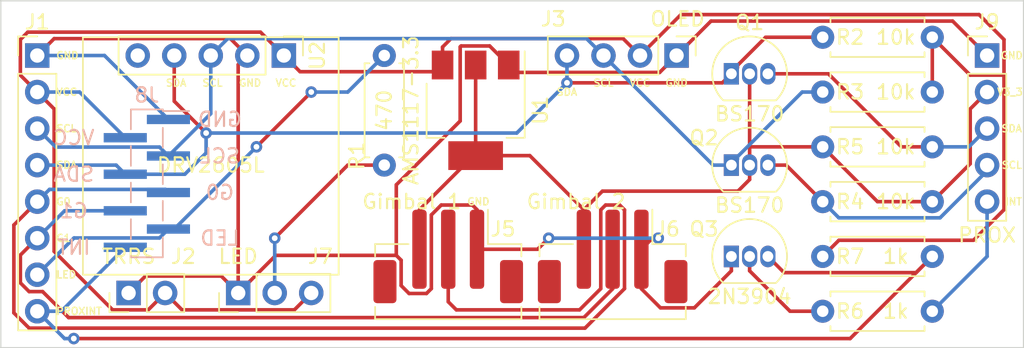
<source format=kicad_pcb>
(kicad_pcb (version 20171130) (host pcbnew "(5.1.6)-1")

  (general
    (thickness 1.6)
    (drawings 34)
    (tracks 197)
    (zones 0)
    (modules 20)
    (nets 16)
  )

  (page A4)
  (layers
    (0 F.Cu signal)
    (31 B.Cu signal)
    (32 B.Adhes user)
    (33 F.Adhes user)
    (34 B.Paste user)
    (35 F.Paste user)
    (36 B.SilkS user)
    (37 F.SilkS user)
    (38 B.Mask user)
    (39 F.Mask user)
    (40 Dwgs.User user)
    (41 Cmts.User user)
    (42 Eco1.User user)
    (43 Eco2.User user)
    (44 Edge.Cuts user)
    (45 Margin user)
    (46 B.CrtYd user)
    (47 F.CrtYd user)
    (48 B.Fab user)
    (49 F.Fab user hide)
  )

  (setup
    (last_trace_width 0.25)
    (trace_clearance 0.2)
    (zone_clearance 0.508)
    (zone_45_only no)
    (trace_min 0.2)
    (via_size 0.8)
    (via_drill 0.4)
    (via_min_size 0.4)
    (via_min_drill 0.3)
    (uvia_size 0.3)
    (uvia_drill 0.1)
    (uvias_allowed no)
    (uvia_min_size 0.2)
    (uvia_min_drill 0.1)
    (edge_width 0.05)
    (segment_width 0.2)
    (pcb_text_width 0.3)
    (pcb_text_size 1.5 1.5)
    (mod_edge_width 0.12)
    (mod_text_size 1 1)
    (mod_text_width 0.15)
    (pad_size 1.524 1.524)
    (pad_drill 0.762)
    (pad_to_mask_clearance 0.05)
    (aux_axis_origin 0 0)
    (visible_elements 7FFFFFFF)
    (pcbplotparams
      (layerselection 0x010fc_ffffffff)
      (usegerberextensions false)
      (usegerberattributes true)
      (usegerberadvancedattributes true)
      (creategerberjobfile true)
      (excludeedgelayer true)
      (linewidth 0.100000)
      (plotframeref false)
      (viasonmask false)
      (mode 1)
      (useauxorigin false)
      (hpglpennumber 1)
      (hpglpenspeed 20)
      (hpglpendiameter 15.000000)
      (psnegative false)
      (psa4output false)
      (plotreference true)
      (plotvalue true)
      (plotinvisibletext false)
      (padsonsilk false)
      (subtractmaskfromsilk false)
      (outputformat 1)
      (mirror false)
      (drillshape 1)
      (scaleselection 1)
      (outputdirectory ""))
  )

  (net 0 "")
  (net 1 /G1)
  (net 2 /SCL)
  (net 3 /SDA)
  (net 4 /VCC)
  (net 5 /GND)
  (net 6 "Net-(U2-Pad5)")
  (net 7 "Net-(J7-Pad2)")
  (net 8 /LED)
  (net 9 /G0)
  (net 10 /V3_3)
  (net 11 "Net-(Q3-Pad2)")
  (net 12 /INT3_3)
  (net 13 /SDA3_3)
  (net 14 /SCL3_3)
  (net 15 /INT)

  (net_class Default "This is the default net class."
    (clearance 0.2)
    (trace_width 0.25)
    (via_dia 0.8)
    (via_drill 0.4)
    (uvia_dia 0.3)
    (uvia_drill 0.1)
    (add_net /G0)
    (add_net /G1)
    (add_net /GND)
    (add_net /INT)
    (add_net /INT3_3)
    (add_net /LED)
    (add_net /SCL)
    (add_net /SCL3_3)
    (add_net /SDA)
    (add_net /SDA3_3)
    (add_net /V3_3)
    (add_net /VCC)
    (add_net "Net-(J7-Pad2)")
    (add_net "Net-(Q3-Pad2)")
    (add_net "Net-(U2-Pad5)")
  )

  (module Connector_JST:JST_PH_B3B-PH-SM4-TB_1x03-1MP_P2.00mm_Vertical (layer F.Cu) (tedit 5B78AD87) (tstamp 610A3DE2)
    (at 50.165 30.48 180)
    (descr "JST PH series connector, B3B-PH-SM4-TB (http://www.jst-mfg.com/product/pdf/eng/ePH.pdf), generated with kicad-footprint-generator")
    (tags "connector JST PH side entry")
    (path /610A3E54)
    (attr smd)
    (fp_text reference J5 (at -3.81 1.905) (layer F.SilkS)
      (effects (font (size 1 1) (thickness 0.15)))
    )
    (fp_text value "Gimbal 1" (at 2.54 3.81) (layer F.SilkS)
      (effects (font (size 1 1) (thickness 0.15)))
    )
    (fp_line (start -4.975 0.75) (end 4.975 0.75) (layer F.Fab) (width 0.1))
    (fp_line (start -5.085 0.01) (end -5.085 0.86) (layer F.SilkS) (width 0.12))
    (fp_line (start -5.085 0.86) (end -2.76 0.86) (layer F.SilkS) (width 0.12))
    (fp_line (start -2.76 0.86) (end -2.76 3.25) (layer F.SilkS) (width 0.12))
    (fp_line (start 5.085 0.01) (end 5.085 0.86) (layer F.SilkS) (width 0.12))
    (fp_line (start 5.085 0.86) (end 2.76 0.86) (layer F.SilkS) (width 0.12))
    (fp_line (start -5.085 -3.51) (end -5.085 -4.36) (layer F.SilkS) (width 0.12))
    (fp_line (start -5.085 -4.36) (end 5.085 -4.36) (layer F.SilkS) (width 0.12))
    (fp_line (start 5.085 -4.36) (end 5.085 -3.51) (layer F.SilkS) (width 0.12))
    (fp_line (start -4.975 -4.25) (end 4.975 -4.25) (layer F.Fab) (width 0.1))
    (fp_line (start -4.975 0.75) (end -4.975 -4.25) (layer F.Fab) (width 0.1))
    (fp_line (start 4.975 0.75) (end 4.975 -4.25) (layer F.Fab) (width 0.1))
    (fp_line (start -2.25 -2.75) (end -2.25 -2.25) (layer F.Fab) (width 0.1))
    (fp_line (start -2.25 -2.25) (end -1.75 -2.25) (layer F.Fab) (width 0.1))
    (fp_line (start -1.75 -2.25) (end -1.75 -2.75) (layer F.Fab) (width 0.1))
    (fp_line (start -1.75 -2.75) (end -2.25 -2.75) (layer F.Fab) (width 0.1))
    (fp_line (start -0.25 -2.75) (end -0.25 -2.25) (layer F.Fab) (width 0.1))
    (fp_line (start -0.25 -2.25) (end 0.25 -2.25) (layer F.Fab) (width 0.1))
    (fp_line (start 0.25 -2.25) (end 0.25 -2.75) (layer F.Fab) (width 0.1))
    (fp_line (start 0.25 -2.75) (end -0.25 -2.75) (layer F.Fab) (width 0.1))
    (fp_line (start 1.75 -2.75) (end 1.75 -2.25) (layer F.Fab) (width 0.1))
    (fp_line (start 1.75 -2.25) (end 2.25 -2.25) (layer F.Fab) (width 0.1))
    (fp_line (start 2.25 -2.25) (end 2.25 -2.75) (layer F.Fab) (width 0.1))
    (fp_line (start 2.25 -2.75) (end 1.75 -2.75) (layer F.Fab) (width 0.1))
    (fp_line (start -5.7 -4.75) (end -5.7 3.75) (layer F.CrtYd) (width 0.05))
    (fp_line (start -5.7 3.75) (end 5.7 3.75) (layer F.CrtYd) (width 0.05))
    (fp_line (start 5.7 3.75) (end 5.7 -4.75) (layer F.CrtYd) (width 0.05))
    (fp_line (start 5.7 -4.75) (end -5.7 -4.75) (layer F.CrtYd) (width 0.05))
    (fp_line (start -2.5 0.75) (end -2 0.042893) (layer F.Fab) (width 0.1))
    (fp_line (start -2 0.042893) (end -1.5 0.75) (layer F.Fab) (width 0.1))
    (fp_text user %R (at 0 -1) (layer F.Fab)
      (effects (font (size 1 1) (thickness 0.15)))
    )
    (pad MP smd roundrect (at 4.4 -1.75 180) (size 1.6 3) (layers F.Cu F.Paste F.Mask) (roundrect_rratio 0.15625))
    (pad MP smd roundrect (at -4.4 -1.75 180) (size 1.6 3) (layers F.Cu F.Paste F.Mask) (roundrect_rratio 0.15625))
    (pad 3 smd roundrect (at 2 0.5 180) (size 1 5.5) (layers F.Cu F.Paste F.Mask) (roundrect_rratio 0.25)
      (net 10 /V3_3))
    (pad 2 smd roundrect (at 0 0.5 180) (size 1 5.5) (layers F.Cu F.Paste F.Mask) (roundrect_rratio 0.25)
      (net 9 /G0))
    (pad 1 smd roundrect (at -2 0.5 180) (size 1 5.5) (layers F.Cu F.Paste F.Mask) (roundrect_rratio 0.25)
      (net 5 /GND))
    (model ${KISYS3DMOD}/Connector_JST.3dshapes/JST_PH_B3B-PH-SM4-TB_1x03-1MP_P2.00mm_Vertical.wrl
      (at (xyz 0 0 0))
      (scale (xyz 1 1 1))
      (rotate (xyz 0 0 0))
    )
  )

  (module Connector_PinHeader_1.27mm:PinHeader_1x08_P1.27mm_Vertical_SMD_Pin1Left (layer B.Cu) (tedit 59FED6E3) (tstamp 610C326D)
    (at 29.21 25.4 180)
    (descr "surface-mounted straight pin header, 1x08, 1.27mm pitch, single row, style 1 (pin 1 left)")
    (tags "Surface mounted pin header SMD 1x08 1.27mm single row style1 pin1 left")
    (path /610ED52E)
    (attr smd)
    (fp_text reference J8 (at 0 6.14) (layer B.SilkS)
      (effects (font (size 1 1) (thickness 0.15)) (justify mirror))
    )
    (fp_text value Debug (at 0 -6.14) (layer B.Fab)
      (effects (font (size 1 1) (thickness 0.15)) (justify mirror))
    )
    (fp_line (start 3.5 5.6) (end -3.5 5.6) (layer B.CrtYd) (width 0.05))
    (fp_line (start 3.5 -5.6) (end 3.5 5.6) (layer B.CrtYd) (width 0.05))
    (fp_line (start -3.5 -5.6) (end 3.5 -5.6) (layer B.CrtYd) (width 0.05))
    (fp_line (start -3.5 5.6) (end -3.5 -5.6) (layer B.CrtYd) (width 0.05))
    (fp_line (start -1.11 -3.76) (end -1.11 -5.13) (layer B.SilkS) (width 0.12))
    (fp_line (start -1.11 -1.22) (end -1.11 -2.59) (layer B.SilkS) (width 0.12))
    (fp_line (start -1.11 1.32) (end -1.11 -0.05) (layer B.SilkS) (width 0.12))
    (fp_line (start -1.11 3.86) (end -1.11 2.49) (layer B.SilkS) (width 0.12))
    (fp_line (start 1.11 -2.49) (end 1.11 -3.86) (layer B.SilkS) (width 0.12))
    (fp_line (start 1.11 0.05) (end 1.11 -1.32) (layer B.SilkS) (width 0.12))
    (fp_line (start 1.11 2.59) (end 1.11 1.22) (layer B.SilkS) (width 0.12))
    (fp_line (start 1.11 -5.03) (end 1.11 -5.14) (layer B.SilkS) (width 0.12))
    (fp_line (start -1.11 5.14) (end -1.11 5.03) (layer B.SilkS) (width 0.12))
    (fp_line (start -1.11 5.03) (end -2.94 5.03) (layer B.SilkS) (width 0.12))
    (fp_line (start 1.11 5.13) (end 1.11 3.76) (layer B.SilkS) (width 0.12))
    (fp_line (start -1.11 -5.14) (end 1.11 -5.14) (layer B.SilkS) (width 0.12))
    (fp_line (start -1.11 5.14) (end 1.11 5.14) (layer B.SilkS) (width 0.12))
    (fp_line (start 2.5 -4.645) (end 1.05 -4.645) (layer B.Fab) (width 0.1))
    (fp_line (start 2.5 -4.245) (end 2.5 -4.645) (layer B.Fab) (width 0.1))
    (fp_line (start 1.05 -4.245) (end 2.5 -4.245) (layer B.Fab) (width 0.1))
    (fp_line (start 2.5 -2.105) (end 1.05 -2.105) (layer B.Fab) (width 0.1))
    (fp_line (start 2.5 -1.705) (end 2.5 -2.105) (layer B.Fab) (width 0.1))
    (fp_line (start 1.05 -1.705) (end 2.5 -1.705) (layer B.Fab) (width 0.1))
    (fp_line (start 2.5 0.435) (end 1.05 0.435) (layer B.Fab) (width 0.1))
    (fp_line (start 2.5 0.835) (end 2.5 0.435) (layer B.Fab) (width 0.1))
    (fp_line (start 1.05 0.835) (end 2.5 0.835) (layer B.Fab) (width 0.1))
    (fp_line (start 2.5 2.975) (end 1.05 2.975) (layer B.Fab) (width 0.1))
    (fp_line (start 2.5 3.375) (end 2.5 2.975) (layer B.Fab) (width 0.1))
    (fp_line (start 1.05 3.375) (end 2.5 3.375) (layer B.Fab) (width 0.1))
    (fp_line (start -2.5 -3.375) (end -1.05 -3.375) (layer B.Fab) (width 0.1))
    (fp_line (start -2.5 -2.975) (end -2.5 -3.375) (layer B.Fab) (width 0.1))
    (fp_line (start -1.05 -2.975) (end -2.5 -2.975) (layer B.Fab) (width 0.1))
    (fp_line (start -2.5 -0.835) (end -1.05 -0.835) (layer B.Fab) (width 0.1))
    (fp_line (start -2.5 -0.435) (end -2.5 -0.835) (layer B.Fab) (width 0.1))
    (fp_line (start -1.05 -0.435) (end -2.5 -0.435) (layer B.Fab) (width 0.1))
    (fp_line (start -2.5 1.705) (end -1.05 1.705) (layer B.Fab) (width 0.1))
    (fp_line (start -2.5 2.105) (end -2.5 1.705) (layer B.Fab) (width 0.1))
    (fp_line (start -1.05 2.105) (end -2.5 2.105) (layer B.Fab) (width 0.1))
    (fp_line (start -2.5 4.245) (end -1.05 4.245) (layer B.Fab) (width 0.1))
    (fp_line (start -2.5 4.645) (end -2.5 4.245) (layer B.Fab) (width 0.1))
    (fp_line (start -1.05 4.645) (end -2.5 4.645) (layer B.Fab) (width 0.1))
    (fp_line (start 1.05 5.08) (end 1.05 -5.08) (layer B.Fab) (width 0.1))
    (fp_line (start -1.05 4.645) (end -0.615 5.08) (layer B.Fab) (width 0.1))
    (fp_line (start -1.05 -5.08) (end -1.05 4.645) (layer B.Fab) (width 0.1))
    (fp_line (start -0.615 5.08) (end 1.05 5.08) (layer B.Fab) (width 0.1))
    (fp_line (start 1.05 -5.08) (end -1.05 -5.08) (layer B.Fab) (width 0.1))
    (fp_text user %R (at 0 0 270) (layer B.Fab)
      (effects (font (size 1 1) (thickness 0.15)) (justify mirror))
    )
    (pad 8 smd rect (at 1.5 -4.445 180) (size 3 0.65) (layers B.Cu B.Paste B.Mask)
      (net 15 /INT))
    (pad 6 smd rect (at 1.5 -1.905 180) (size 3 0.65) (layers B.Cu B.Paste B.Mask)
      (net 1 /G1))
    (pad 4 smd rect (at 1.5 0.635 180) (size 3 0.65) (layers B.Cu B.Paste B.Mask)
      (net 3 /SDA))
    (pad 2 smd rect (at 1.5 3.175 180) (size 3 0.65) (layers B.Cu B.Paste B.Mask)
      (net 4 /VCC))
    (pad 7 smd rect (at -1.5 -3.175 180) (size 3 0.65) (layers B.Cu B.Paste B.Mask)
      (net 8 /LED))
    (pad 5 smd rect (at -1.5 -0.635 180) (size 3 0.65) (layers B.Cu B.Paste B.Mask)
      (net 9 /G0))
    (pad 3 smd rect (at -1.5 1.905 180) (size 3 0.65) (layers B.Cu B.Paste B.Mask)
      (net 2 /SCL))
    (pad 1 smd rect (at -1.5 4.445 180) (size 3 0.65) (layers B.Cu B.Paste B.Mask)
      (net 5 /GND))
    (model ${KISYS3DMOD}/Connector_PinHeader_1.27mm.3dshapes/PinHeader_1x08_P1.27mm_Vertical_SMD_Pin1Left.wrl
      (at (xyz 0 0 0))
      (scale (xyz 1 1 1))
      (rotate (xyz 0 0 0))
    )
  )

  (module Connector_PinHeader_2.54mm:PinHeader_1x08_P2.54mm_Vertical (layer F.Cu) (tedit 59FED5CC) (tstamp 6109B391)
    (at 21.59 16.51)
    (descr "Through hole straight pin header, 1x08, 2.54mm pitch, single row")
    (tags "Through hole pin header THT 1x08 2.54mm single row")
    (path /6109A1D0)
    (fp_text reference J1 (at 0 -2.33) (layer F.SilkS)
      (effects (font (size 1 1) (thickness 0.15)))
    )
    (fp_text value Arduino (at 0 20.11) (layer F.Fab)
      (effects (font (size 1 1) (thickness 0.15)))
    )
    (fp_line (start 1.8 -1.8) (end -1.8 -1.8) (layer F.CrtYd) (width 0.05))
    (fp_line (start 1.8 19.55) (end 1.8 -1.8) (layer F.CrtYd) (width 0.05))
    (fp_line (start -1.8 19.55) (end 1.8 19.55) (layer F.CrtYd) (width 0.05))
    (fp_line (start -1.8 -1.8) (end -1.8 19.55) (layer F.CrtYd) (width 0.05))
    (fp_line (start -1.33 -1.33) (end 0 -1.33) (layer F.SilkS) (width 0.12))
    (fp_line (start -1.33 0) (end -1.33 -1.33) (layer F.SilkS) (width 0.12))
    (fp_line (start -1.33 1.27) (end 1.33 1.27) (layer F.SilkS) (width 0.12))
    (fp_line (start 1.33 1.27) (end 1.33 19.11) (layer F.SilkS) (width 0.12))
    (fp_line (start -1.33 1.27) (end -1.33 19.11) (layer F.SilkS) (width 0.12))
    (fp_line (start -1.33 19.11) (end 1.33 19.11) (layer F.SilkS) (width 0.12))
    (fp_line (start -1.27 -0.635) (end -0.635 -1.27) (layer F.Fab) (width 0.1))
    (fp_line (start -1.27 19.05) (end -1.27 -0.635) (layer F.Fab) (width 0.1))
    (fp_line (start 1.27 19.05) (end -1.27 19.05) (layer F.Fab) (width 0.1))
    (fp_line (start 1.27 -1.27) (end 1.27 19.05) (layer F.Fab) (width 0.1))
    (fp_line (start -0.635 -1.27) (end 1.27 -1.27) (layer F.Fab) (width 0.1))
    (fp_text user %R (at 0 8.89 90) (layer F.Fab)
      (effects (font (size 1 1) (thickness 0.15)))
    )
    (pad 8 thru_hole oval (at 0 17.78) (size 1.7 1.7) (drill 1) (layers *.Cu *.Mask)
      (net 15 /INT))
    (pad 7 thru_hole oval (at 0 15.24) (size 1.7 1.7) (drill 1) (layers *.Cu *.Mask)
      (net 8 /LED))
    (pad 6 thru_hole oval (at 0 12.7) (size 1.7 1.7) (drill 1) (layers *.Cu *.Mask)
      (net 1 /G1))
    (pad 5 thru_hole oval (at 0 10.16) (size 1.7 1.7) (drill 1) (layers *.Cu *.Mask)
      (net 9 /G0))
    (pad 4 thru_hole oval (at 0 7.62) (size 1.7 1.7) (drill 1) (layers *.Cu *.Mask)
      (net 3 /SDA))
    (pad 3 thru_hole oval (at 0 5.08) (size 1.7 1.7) (drill 1) (layers *.Cu *.Mask)
      (net 2 /SCL))
    (pad 2 thru_hole oval (at 0 2.54) (size 1.7 1.7) (drill 1) (layers *.Cu *.Mask)
      (net 4 /VCC))
    (pad 1 thru_hole rect (at 0 0) (size 1.7 1.7) (drill 1) (layers *.Cu *.Mask)
      (net 5 /GND))
    (model ${KISYS3DMOD}/Connector_PinHeader_2.54mm.3dshapes/PinHeader_1x08_P2.54mm_Vertical.wrl
      (at (xyz 0 0 0))
      (scale (xyz 1 1 1))
      (rotate (xyz 0 0 0))
    )
  )

  (module Resistor_THT:R_Axial_DIN0207_L6.3mm_D2.5mm_P7.62mm_Horizontal (layer F.Cu) (tedit 5AE5139B) (tstamp 610E4F16)
    (at 76.2 30.48)
    (descr "Resistor, Axial_DIN0207 series, Axial, Horizontal, pin pitch=7.62mm, 0.25W = 1/4W, length*diameter=6.3*2.5mm^2, http://cdn-reichelt.de/documents/datenblatt/B400/1_4W%23YAG.pdf")
    (tags "Resistor Axial_DIN0207 series Axial Horizontal pin pitch 7.62mm 0.25W = 1/4W length 6.3mm diameter 2.5mm")
    (path /6110DDD6)
    (fp_text reference R7 (at 1.905 0) (layer F.SilkS)
      (effects (font (size 1 1) (thickness 0.15)))
    )
    (fp_text value 1k (at 5.08 0) (layer F.SilkS)
      (effects (font (size 1 1) (thickness 0.15)))
    )
    (fp_line (start 8.67 -1.5) (end -1.05 -1.5) (layer F.CrtYd) (width 0.05))
    (fp_line (start 8.67 1.5) (end 8.67 -1.5) (layer F.CrtYd) (width 0.05))
    (fp_line (start -1.05 1.5) (end 8.67 1.5) (layer F.CrtYd) (width 0.05))
    (fp_line (start -1.05 -1.5) (end -1.05 1.5) (layer F.CrtYd) (width 0.05))
    (fp_line (start 7.08 1.37) (end 7.08 1.04) (layer F.SilkS) (width 0.12))
    (fp_line (start 0.54 1.37) (end 7.08 1.37) (layer F.SilkS) (width 0.12))
    (fp_line (start 0.54 1.04) (end 0.54 1.37) (layer F.SilkS) (width 0.12))
    (fp_line (start 7.08 -1.37) (end 7.08 -1.04) (layer F.SilkS) (width 0.12))
    (fp_line (start 0.54 -1.37) (end 7.08 -1.37) (layer F.SilkS) (width 0.12))
    (fp_line (start 0.54 -1.04) (end 0.54 -1.37) (layer F.SilkS) (width 0.12))
    (fp_line (start 7.62 0) (end 6.96 0) (layer F.Fab) (width 0.1))
    (fp_line (start 0 0) (end 0.66 0) (layer F.Fab) (width 0.1))
    (fp_line (start 6.96 -1.25) (end 0.66 -1.25) (layer F.Fab) (width 0.1))
    (fp_line (start 6.96 1.25) (end 6.96 -1.25) (layer F.Fab) (width 0.1))
    (fp_line (start 0.66 1.25) (end 6.96 1.25) (layer F.Fab) (width 0.1))
    (fp_line (start 0.66 -1.25) (end 0.66 1.25) (layer F.Fab) (width 0.1))
    (fp_text user %R (at 3.81 0) (layer F.Fab)
      (effects (font (size 1 1) (thickness 0.15)))
    )
    (pad 2 thru_hole oval (at 7.62 0) (size 1.6 1.6) (drill 0.8) (layers *.Cu *.Mask)
      (net 15 /INT))
    (pad 1 thru_hole circle (at 0 0) (size 1.6 1.6) (drill 0.8) (layers *.Cu *.Mask)
      (net 4 /VCC))
    (model ${KISYS3DMOD}/Resistor_THT.3dshapes/R_Axial_DIN0207_L6.3mm_D2.5mm_P7.62mm_Horizontal.wrl
      (at (xyz 0 0 0))
      (scale (xyz 1 1 1))
      (rotate (xyz 0 0 0))
    )
  )

  (module Resistor_THT:R_Axial_DIN0207_L6.3mm_D2.5mm_P7.62mm_Horizontal (layer F.Cu) (tedit 5AE5139B) (tstamp 610E4EFF)
    (at 76.2 34.29)
    (descr "Resistor, Axial_DIN0207 series, Axial, Horizontal, pin pitch=7.62mm, 0.25W = 1/4W, length*diameter=6.3*2.5mm^2, http://cdn-reichelt.de/documents/datenblatt/B400/1_4W%23YAG.pdf")
    (tags "Resistor Axial_DIN0207 series Axial Horizontal pin pitch 7.62mm 0.25W = 1/4W length 6.3mm diameter 2.5mm")
    (path /6110E4C3)
    (fp_text reference R6 (at 1.905 0) (layer F.SilkS)
      (effects (font (size 1 1) (thickness 0.15)))
    )
    (fp_text value 1k (at 5.08 0) (layer F.SilkS)
      (effects (font (size 1 1) (thickness 0.15)))
    )
    (fp_line (start 8.67 -1.5) (end -1.05 -1.5) (layer F.CrtYd) (width 0.05))
    (fp_line (start 8.67 1.5) (end 8.67 -1.5) (layer F.CrtYd) (width 0.05))
    (fp_line (start -1.05 1.5) (end 8.67 1.5) (layer F.CrtYd) (width 0.05))
    (fp_line (start -1.05 -1.5) (end -1.05 1.5) (layer F.CrtYd) (width 0.05))
    (fp_line (start 7.08 1.37) (end 7.08 1.04) (layer F.SilkS) (width 0.12))
    (fp_line (start 0.54 1.37) (end 7.08 1.37) (layer F.SilkS) (width 0.12))
    (fp_line (start 0.54 1.04) (end 0.54 1.37) (layer F.SilkS) (width 0.12))
    (fp_line (start 7.08 -1.37) (end 7.08 -1.04) (layer F.SilkS) (width 0.12))
    (fp_line (start 0.54 -1.37) (end 7.08 -1.37) (layer F.SilkS) (width 0.12))
    (fp_line (start 0.54 -1.04) (end 0.54 -1.37) (layer F.SilkS) (width 0.12))
    (fp_line (start 7.62 0) (end 6.96 0) (layer F.Fab) (width 0.1))
    (fp_line (start 0 0) (end 0.66 0) (layer F.Fab) (width 0.1))
    (fp_line (start 6.96 -1.25) (end 0.66 -1.25) (layer F.Fab) (width 0.1))
    (fp_line (start 6.96 1.25) (end 6.96 -1.25) (layer F.Fab) (width 0.1))
    (fp_line (start 0.66 1.25) (end 6.96 1.25) (layer F.Fab) (width 0.1))
    (fp_line (start 0.66 -1.25) (end 0.66 1.25) (layer F.Fab) (width 0.1))
    (fp_text user %R (at 3.81 0) (layer F.Fab)
      (effects (font (size 1 1) (thickness 0.15)))
    )
    (pad 2 thru_hole oval (at 7.62 0) (size 1.6 1.6) (drill 0.8) (layers *.Cu *.Mask)
      (net 12 /INT3_3))
    (pad 1 thru_hole circle (at 0 0) (size 1.6 1.6) (drill 0.8) (layers *.Cu *.Mask)
      (net 11 "Net-(Q3-Pad2)"))
    (model ${KISYS3DMOD}/Resistor_THT.3dshapes/R_Axial_DIN0207_L6.3mm_D2.5mm_P7.62mm_Horizontal.wrl
      (at (xyz 0 0 0))
      (scale (xyz 1 1 1))
      (rotate (xyz 0 0 0))
    )
  )

  (module Resistor_THT:R_Axial_DIN0207_L6.3mm_D2.5mm_P7.62mm_Horizontal (layer F.Cu) (tedit 5AE5139B) (tstamp 610E4EE8)
    (at 76.2 26.67)
    (descr "Resistor, Axial_DIN0207 series, Axial, Horizontal, pin pitch=7.62mm, 0.25W = 1/4W, length*diameter=6.3*2.5mm^2, http://cdn-reichelt.de/documents/datenblatt/B400/1_4W%23YAG.pdf")
    (tags "Resistor Axial_DIN0207 series Axial Horizontal pin pitch 7.62mm 0.25W = 1/4W length 6.3mm diameter 2.5mm")
    (path /610EC853)
    (fp_text reference R5 (at 1.905 -3.81) (layer F.SilkS)
      (effects (font (size 1 1) (thickness 0.15)))
    )
    (fp_text value 10k (at 5.08 0) (layer F.SilkS)
      (effects (font (size 1 1) (thickness 0.15)))
    )
    (fp_line (start 8.67 -1.5) (end -1.05 -1.5) (layer F.CrtYd) (width 0.05))
    (fp_line (start 8.67 1.5) (end 8.67 -1.5) (layer F.CrtYd) (width 0.05))
    (fp_line (start -1.05 1.5) (end 8.67 1.5) (layer F.CrtYd) (width 0.05))
    (fp_line (start -1.05 -1.5) (end -1.05 1.5) (layer F.CrtYd) (width 0.05))
    (fp_line (start 7.08 1.37) (end 7.08 1.04) (layer F.SilkS) (width 0.12))
    (fp_line (start 0.54 1.37) (end 7.08 1.37) (layer F.SilkS) (width 0.12))
    (fp_line (start 0.54 1.04) (end 0.54 1.37) (layer F.SilkS) (width 0.12))
    (fp_line (start 7.08 -1.37) (end 7.08 -1.04) (layer F.SilkS) (width 0.12))
    (fp_line (start 0.54 -1.37) (end 7.08 -1.37) (layer F.SilkS) (width 0.12))
    (fp_line (start 0.54 -1.04) (end 0.54 -1.37) (layer F.SilkS) (width 0.12))
    (fp_line (start 7.62 0) (end 6.96 0) (layer F.Fab) (width 0.1))
    (fp_line (start 0 0) (end 0.66 0) (layer F.Fab) (width 0.1))
    (fp_line (start 6.96 -1.25) (end 0.66 -1.25) (layer F.Fab) (width 0.1))
    (fp_line (start 6.96 1.25) (end 6.96 -1.25) (layer F.Fab) (width 0.1))
    (fp_line (start 0.66 1.25) (end 6.96 1.25) (layer F.Fab) (width 0.1))
    (fp_line (start 0.66 -1.25) (end 0.66 1.25) (layer F.Fab) (width 0.1))
    (fp_text user %R (at 3.81 0) (layer F.Fab)
      (effects (font (size 1 1) (thickness 0.15)))
    )
    (pad 2 thru_hole oval (at 7.62 0) (size 1.6 1.6) (drill 0.8) (layers *.Cu *.Mask)
      (net 10 /V3_3))
    (pad 1 thru_hole circle (at 0 0) (size 1.6 1.6) (drill 0.8) (layers *.Cu *.Mask)
      (net 14 /SCL3_3))
    (model ${KISYS3DMOD}/Resistor_THT.3dshapes/R_Axial_DIN0207_L6.3mm_D2.5mm_P7.62mm_Horizontal.wrl
      (at (xyz 0 0 0))
      (scale (xyz 1 1 1))
      (rotate (xyz 0 0 0))
    )
  )

  (module Resistor_THT:R_Axial_DIN0207_L6.3mm_D2.5mm_P7.62mm_Horizontal (layer F.Cu) (tedit 5AE5139B) (tstamp 610E7549)
    (at 83.82 22.86 180)
    (descr "Resistor, Axial_DIN0207 series, Axial, Horizontal, pin pitch=7.62mm, 0.25W = 1/4W, length*diameter=6.3*2.5mm^2, http://cdn-reichelt.de/documents/datenblatt/B400/1_4W%23YAG.pdf")
    (tags "Resistor Axial_DIN0207 series Axial Horizontal pin pitch 7.62mm 0.25W = 1/4W length 6.3mm diameter 2.5mm")
    (path /610DCFC3)
    (fp_text reference R4 (at 5.715 -3.81) (layer F.SilkS)
      (effects (font (size 1 1) (thickness 0.15)))
    )
    (fp_text value 10k (at 2.54 0) (layer F.SilkS)
      (effects (font (size 1 1) (thickness 0.15)))
    )
    (fp_line (start 8.67 -1.5) (end -1.05 -1.5) (layer F.CrtYd) (width 0.05))
    (fp_line (start 8.67 1.5) (end 8.67 -1.5) (layer F.CrtYd) (width 0.05))
    (fp_line (start -1.05 1.5) (end 8.67 1.5) (layer F.CrtYd) (width 0.05))
    (fp_line (start -1.05 -1.5) (end -1.05 1.5) (layer F.CrtYd) (width 0.05))
    (fp_line (start 7.08 1.37) (end 7.08 1.04) (layer F.SilkS) (width 0.12))
    (fp_line (start 0.54 1.37) (end 7.08 1.37) (layer F.SilkS) (width 0.12))
    (fp_line (start 0.54 1.04) (end 0.54 1.37) (layer F.SilkS) (width 0.12))
    (fp_line (start 7.08 -1.37) (end 7.08 -1.04) (layer F.SilkS) (width 0.12))
    (fp_line (start 0.54 -1.37) (end 7.08 -1.37) (layer F.SilkS) (width 0.12))
    (fp_line (start 0.54 -1.04) (end 0.54 -1.37) (layer F.SilkS) (width 0.12))
    (fp_line (start 7.62 0) (end 6.96 0) (layer F.Fab) (width 0.1))
    (fp_line (start 0 0) (end 0.66 0) (layer F.Fab) (width 0.1))
    (fp_line (start 6.96 -1.25) (end 0.66 -1.25) (layer F.Fab) (width 0.1))
    (fp_line (start 6.96 1.25) (end 6.96 -1.25) (layer F.Fab) (width 0.1))
    (fp_line (start 0.66 1.25) (end 6.96 1.25) (layer F.Fab) (width 0.1))
    (fp_line (start 0.66 -1.25) (end 0.66 1.25) (layer F.Fab) (width 0.1))
    (fp_text user %R (at 3.81 0) (layer F.Fab)
      (effects (font (size 1 1) (thickness 0.15)))
    )
    (pad 2 thru_hole oval (at 7.62 0 180) (size 1.6 1.6) (drill 0.8) (layers *.Cu *.Mask)
      (net 10 /V3_3))
    (pad 1 thru_hole circle (at 0 0 180) (size 1.6 1.6) (drill 0.8) (layers *.Cu *.Mask)
      (net 13 /SDA3_3))
    (model ${KISYS3DMOD}/Resistor_THT.3dshapes/R_Axial_DIN0207_L6.3mm_D2.5mm_P7.62mm_Horizontal.wrl
      (at (xyz 0 0 0))
      (scale (xyz 1 1 1))
      (rotate (xyz 0 0 0))
    )
  )

  (module Resistor_THT:R_Axial_DIN0207_L6.3mm_D2.5mm_P7.62mm_Horizontal (layer F.Cu) (tedit 5AE5139B) (tstamp 610E4EBA)
    (at 76.2 19.05)
    (descr "Resistor, Axial_DIN0207 series, Axial, Horizontal, pin pitch=7.62mm, 0.25W = 1/4W, length*diameter=6.3*2.5mm^2, http://cdn-reichelt.de/documents/datenblatt/B400/1_4W%23YAG.pdf")
    (tags "Resistor Axial_DIN0207 series Axial Horizontal pin pitch 7.62mm 0.25W = 1/4W length 6.3mm diameter 2.5mm")
    (path /610EB4AB)
    (fp_text reference R3 (at 1.905 0) (layer F.SilkS)
      (effects (font (size 1 1) (thickness 0.15)))
    )
    (fp_text value 10k (at 5.08 0) (layer F.SilkS)
      (effects (font (size 1 1) (thickness 0.15)))
    )
    (fp_line (start 8.67 -1.5) (end -1.05 -1.5) (layer F.CrtYd) (width 0.05))
    (fp_line (start 8.67 1.5) (end 8.67 -1.5) (layer F.CrtYd) (width 0.05))
    (fp_line (start -1.05 1.5) (end 8.67 1.5) (layer F.CrtYd) (width 0.05))
    (fp_line (start -1.05 -1.5) (end -1.05 1.5) (layer F.CrtYd) (width 0.05))
    (fp_line (start 7.08 1.37) (end 7.08 1.04) (layer F.SilkS) (width 0.12))
    (fp_line (start 0.54 1.37) (end 7.08 1.37) (layer F.SilkS) (width 0.12))
    (fp_line (start 0.54 1.04) (end 0.54 1.37) (layer F.SilkS) (width 0.12))
    (fp_line (start 7.08 -1.37) (end 7.08 -1.04) (layer F.SilkS) (width 0.12))
    (fp_line (start 0.54 -1.37) (end 7.08 -1.37) (layer F.SilkS) (width 0.12))
    (fp_line (start 0.54 -1.04) (end 0.54 -1.37) (layer F.SilkS) (width 0.12))
    (fp_line (start 7.62 0) (end 6.96 0) (layer F.Fab) (width 0.1))
    (fp_line (start 0 0) (end 0.66 0) (layer F.Fab) (width 0.1))
    (fp_line (start 6.96 -1.25) (end 0.66 -1.25) (layer F.Fab) (width 0.1))
    (fp_line (start 6.96 1.25) (end 6.96 -1.25) (layer F.Fab) (width 0.1))
    (fp_line (start 0.66 1.25) (end 6.96 1.25) (layer F.Fab) (width 0.1))
    (fp_line (start 0.66 -1.25) (end 0.66 1.25) (layer F.Fab) (width 0.1))
    (fp_text user %R (at 3.81 0) (layer F.Fab)
      (effects (font (size 1 1) (thickness 0.15)))
    )
    (pad 2 thru_hole oval (at 7.62 0) (size 1.6 1.6) (drill 0.8) (layers *.Cu *.Mask)
      (net 4 /VCC))
    (pad 1 thru_hole circle (at 0 0) (size 1.6 1.6) (drill 0.8) (layers *.Cu *.Mask)
      (net 2 /SCL))
    (model ${KISYS3DMOD}/Resistor_THT.3dshapes/R_Axial_DIN0207_L6.3mm_D2.5mm_P7.62mm_Horizontal.wrl
      (at (xyz 0 0 0))
      (scale (xyz 1 1 1))
      (rotate (xyz 0 0 0))
    )
  )

  (module Resistor_THT:R_Axial_DIN0207_L6.3mm_D2.5mm_P7.62mm_Horizontal (layer F.Cu) (tedit 5AE5139B) (tstamp 610E4EA3)
    (at 76.2 15.24)
    (descr "Resistor, Axial_DIN0207 series, Axial, Horizontal, pin pitch=7.62mm, 0.25W = 1/4W, length*diameter=6.3*2.5mm^2, http://cdn-reichelt.de/documents/datenblatt/B400/1_4W%23YAG.pdf")
    (tags "Resistor Axial_DIN0207 series Axial Horizontal pin pitch 7.62mm 0.25W = 1/4W length 6.3mm diameter 2.5mm")
    (path /610DD48E)
    (fp_text reference R2 (at 1.905 0) (layer F.SilkS)
      (effects (font (size 1 1) (thickness 0.15)))
    )
    (fp_text value 10k (at 5.08 0) (layer F.SilkS)
      (effects (font (size 1 1) (thickness 0.15)))
    )
    (fp_line (start 8.67 -1.5) (end -1.05 -1.5) (layer F.CrtYd) (width 0.05))
    (fp_line (start 8.67 1.5) (end 8.67 -1.5) (layer F.CrtYd) (width 0.05))
    (fp_line (start -1.05 1.5) (end 8.67 1.5) (layer F.CrtYd) (width 0.05))
    (fp_line (start -1.05 -1.5) (end -1.05 1.5) (layer F.CrtYd) (width 0.05))
    (fp_line (start 7.08 1.37) (end 7.08 1.04) (layer F.SilkS) (width 0.12))
    (fp_line (start 0.54 1.37) (end 7.08 1.37) (layer F.SilkS) (width 0.12))
    (fp_line (start 0.54 1.04) (end 0.54 1.37) (layer F.SilkS) (width 0.12))
    (fp_line (start 7.08 -1.37) (end 7.08 -1.04) (layer F.SilkS) (width 0.12))
    (fp_line (start 0.54 -1.37) (end 7.08 -1.37) (layer F.SilkS) (width 0.12))
    (fp_line (start 0.54 -1.04) (end 0.54 -1.37) (layer F.SilkS) (width 0.12))
    (fp_line (start 7.62 0) (end 6.96 0) (layer F.Fab) (width 0.1))
    (fp_line (start 0 0) (end 0.66 0) (layer F.Fab) (width 0.1))
    (fp_line (start 6.96 -1.25) (end 0.66 -1.25) (layer F.Fab) (width 0.1))
    (fp_line (start 6.96 1.25) (end 6.96 -1.25) (layer F.Fab) (width 0.1))
    (fp_line (start 0.66 1.25) (end 6.96 1.25) (layer F.Fab) (width 0.1))
    (fp_line (start 0.66 -1.25) (end 0.66 1.25) (layer F.Fab) (width 0.1))
    (fp_text user %R (at 3.81 0) (layer F.Fab)
      (effects (font (size 1 1) (thickness 0.15)))
    )
    (pad 2 thru_hole oval (at 7.62 0) (size 1.6 1.6) (drill 0.8) (layers *.Cu *.Mask)
      (net 4 /VCC))
    (pad 1 thru_hole circle (at 0 0) (size 1.6 1.6) (drill 0.8) (layers *.Cu *.Mask)
      (net 3 /SDA))
    (model ${KISYS3DMOD}/Resistor_THT.3dshapes/R_Axial_DIN0207_L6.3mm_D2.5mm_P7.62mm_Horizontal.wrl
      (at (xyz 0 0 0))
      (scale (xyz 1 1 1))
      (rotate (xyz 0 0 0))
    )
  )

  (module Package_TO_SOT_THT:TO-92_Inline (layer F.Cu) (tedit 5A1DD157) (tstamp 610E4E60)
    (at 69.85 30.48)
    (descr "TO-92 leads in-line, narrow, oval pads, drill 0.75mm (see NXP sot054_po.pdf)")
    (tags "to-92 sc-43 sc-43a sot54 PA33 transistor")
    (path /61109547)
    (fp_text reference Q3 (at -1.905 -1.905) (layer F.SilkS)
      (effects (font (size 1 1) (thickness 0.15)))
    )
    (fp_text value 2N3904 (at 1.27 2.79) (layer F.SilkS)
      (effects (font (size 1 1) (thickness 0.15)))
    )
    (fp_line (start 4 2.01) (end -1.46 2.01) (layer F.CrtYd) (width 0.05))
    (fp_line (start 4 2.01) (end 4 -2.73) (layer F.CrtYd) (width 0.05))
    (fp_line (start -1.46 -2.73) (end -1.46 2.01) (layer F.CrtYd) (width 0.05))
    (fp_line (start -1.46 -2.73) (end 4 -2.73) (layer F.CrtYd) (width 0.05))
    (fp_line (start -0.5 1.75) (end 3 1.75) (layer F.Fab) (width 0.1))
    (fp_line (start -0.53 1.85) (end 3.07 1.85) (layer F.SilkS) (width 0.12))
    (fp_arc (start 1.27 0) (end 1.27 -2.6) (angle 135) (layer F.SilkS) (width 0.12))
    (fp_arc (start 1.27 0) (end 1.27 -2.48) (angle -135) (layer F.Fab) (width 0.1))
    (fp_arc (start 1.27 0) (end 1.27 -2.6) (angle -135) (layer F.SilkS) (width 0.12))
    (fp_arc (start 1.27 0) (end 1.27 -2.48) (angle 135) (layer F.Fab) (width 0.1))
    (fp_text user %R (at 1.27 -3.56) (layer F.Fab)
      (effects (font (size 1 1) (thickness 0.15)))
    )
    (pad 1 thru_hole rect (at 0 0) (size 1.05 1.5) (drill 0.75) (layers *.Cu *.Mask)
      (net 5 /GND))
    (pad 3 thru_hole oval (at 2.54 0) (size 1.05 1.5) (drill 0.75) (layers *.Cu *.Mask)
      (net 15 /INT))
    (pad 2 thru_hole oval (at 1.27 0) (size 1.05 1.5) (drill 0.75) (layers *.Cu *.Mask)
      (net 11 "Net-(Q3-Pad2)"))
    (model ${KISYS3DMOD}/Package_TO_SOT_THT.3dshapes/TO-92_Inline.wrl
      (at (xyz 0 0 0))
      (scale (xyz 1 1 1))
      (rotate (xyz 0 0 0))
    )
  )

  (module Package_TO_SOT_THT:TO-92_Inline (layer F.Cu) (tedit 5A1DD157) (tstamp 610E4E4E)
    (at 69.85 24.13)
    (descr "TO-92 leads in-line, narrow, oval pads, drill 0.75mm (see NXP sot054_po.pdf)")
    (tags "to-92 sc-43 sc-43a sot54 PA33 transistor")
    (path /610EA4EC)
    (fp_text reference Q2 (at -1.905 -1.905) (layer F.SilkS)
      (effects (font (size 1 1) (thickness 0.15)))
    )
    (fp_text value BS170 (at 1.27 2.79) (layer F.SilkS)
      (effects (font (size 1 1) (thickness 0.15)))
    )
    (fp_line (start 4 2.01) (end -1.46 2.01) (layer F.CrtYd) (width 0.05))
    (fp_line (start 4 2.01) (end 4 -2.73) (layer F.CrtYd) (width 0.05))
    (fp_line (start -1.46 -2.73) (end -1.46 2.01) (layer F.CrtYd) (width 0.05))
    (fp_line (start -1.46 -2.73) (end 4 -2.73) (layer F.CrtYd) (width 0.05))
    (fp_line (start -0.5 1.75) (end 3 1.75) (layer F.Fab) (width 0.1))
    (fp_line (start -0.53 1.85) (end 3.07 1.85) (layer F.SilkS) (width 0.12))
    (fp_arc (start 1.27 0) (end 1.27 -2.6) (angle 135) (layer F.SilkS) (width 0.12))
    (fp_arc (start 1.27 0) (end 1.27 -2.48) (angle -135) (layer F.Fab) (width 0.1))
    (fp_arc (start 1.27 0) (end 1.27 -2.6) (angle -135) (layer F.SilkS) (width 0.12))
    (fp_arc (start 1.27 0) (end 1.27 -2.48) (angle 135) (layer F.Fab) (width 0.1))
    (fp_text user %R (at 1.27 -3.56) (layer F.Fab)
      (effects (font (size 1 1) (thickness 0.15)))
    )
    (pad 1 thru_hole rect (at 0 0) (size 1.05 1.5) (drill 0.75) (layers *.Cu *.Mask)
      (net 2 /SCL))
    (pad 3 thru_hole oval (at 2.54 0) (size 1.05 1.5) (drill 0.75) (layers *.Cu *.Mask)
      (net 14 /SCL3_3))
    (pad 2 thru_hole oval (at 1.27 0) (size 1.05 1.5) (drill 0.75) (layers *.Cu *.Mask)
      (net 10 /V3_3))
    (model ${KISYS3DMOD}/Package_TO_SOT_THT.3dshapes/TO-92_Inline.wrl
      (at (xyz 0 0 0))
      (scale (xyz 1 1 1))
      (rotate (xyz 0 0 0))
    )
  )

  (module Package_TO_SOT_THT:TO-92_Inline (layer F.Cu) (tedit 5A1DD157) (tstamp 610E4E3C)
    (at 69.85 17.78)
    (descr "TO-92 leads in-line, narrow, oval pads, drill 0.75mm (see NXP sot054_po.pdf)")
    (tags "to-92 sc-43 sc-43a sot54 PA33 transistor")
    (path /610DC87D)
    (fp_text reference Q1 (at 1.27 -3.56) (layer F.SilkS)
      (effects (font (size 1 1) (thickness 0.15)))
    )
    (fp_text value BS170 (at 1.27 2.79) (layer F.SilkS)
      (effects (font (size 1 1) (thickness 0.15)))
    )
    (fp_line (start 4 2.01) (end -1.46 2.01) (layer F.CrtYd) (width 0.05))
    (fp_line (start 4 2.01) (end 4 -2.73) (layer F.CrtYd) (width 0.05))
    (fp_line (start -1.46 -2.73) (end -1.46 2.01) (layer F.CrtYd) (width 0.05))
    (fp_line (start -1.46 -2.73) (end 4 -2.73) (layer F.CrtYd) (width 0.05))
    (fp_line (start -0.5 1.75) (end 3 1.75) (layer F.Fab) (width 0.1))
    (fp_line (start -0.53 1.85) (end 3.07 1.85) (layer F.SilkS) (width 0.12))
    (fp_arc (start 1.27 0) (end 1.27 -2.6) (angle 135) (layer F.SilkS) (width 0.12))
    (fp_arc (start 1.27 0) (end 1.27 -2.48) (angle -135) (layer F.Fab) (width 0.1))
    (fp_arc (start 1.27 0) (end 1.27 -2.6) (angle -135) (layer F.SilkS) (width 0.12))
    (fp_arc (start 1.27 0) (end 1.27 -2.48) (angle 135) (layer F.Fab) (width 0.1))
    (fp_text user %R (at 1.27 -3.56) (layer F.Fab)
      (effects (font (size 1 1) (thickness 0.15)))
    )
    (pad 1 thru_hole rect (at 0 0) (size 1.05 1.5) (drill 0.75) (layers *.Cu *.Mask)
      (net 3 /SDA))
    (pad 3 thru_hole oval (at 2.54 0) (size 1.05 1.5) (drill 0.75) (layers *.Cu *.Mask)
      (net 13 /SDA3_3))
    (pad 2 thru_hole oval (at 1.27 0) (size 1.05 1.5) (drill 0.75) (layers *.Cu *.Mask)
      (net 10 /V3_3))
    (model ${KISYS3DMOD}/Package_TO_SOT_THT.3dshapes/TO-92_Inline.wrl
      (at (xyz 0 0 0))
      (scale (xyz 1 1 1))
      (rotate (xyz 0 0 0))
    )
  )

  (module Connector_PinHeader_2.54mm:PinHeader_1x05_P2.54mm_Vertical (layer F.Cu) (tedit 59FED5CC) (tstamp 610E74A4)
    (at 87.63 16.51)
    (descr "Through hole straight pin header, 1x05, 2.54mm pitch, single row")
    (tags "Through hole pin header THT 1x05 2.54mm single row")
    (path /61119559)
    (fp_text reference J9 (at 0 -2.33) (layer F.SilkS)
      (effects (font (size 1 1) (thickness 0.15)))
    )
    (fp_text value PROX (at 0 12.49) (layer F.SilkS)
      (effects (font (size 1 1) (thickness 0.15)))
    )
    (fp_line (start 1.8 -1.8) (end -1.8 -1.8) (layer F.CrtYd) (width 0.05))
    (fp_line (start 1.8 11.95) (end 1.8 -1.8) (layer F.CrtYd) (width 0.05))
    (fp_line (start -1.8 11.95) (end 1.8 11.95) (layer F.CrtYd) (width 0.05))
    (fp_line (start -1.8 -1.8) (end -1.8 11.95) (layer F.CrtYd) (width 0.05))
    (fp_line (start -1.33 -1.33) (end 0 -1.33) (layer F.SilkS) (width 0.12))
    (fp_line (start -1.33 0) (end -1.33 -1.33) (layer F.SilkS) (width 0.12))
    (fp_line (start -1.33 1.27) (end 1.33 1.27) (layer F.SilkS) (width 0.12))
    (fp_line (start 1.33 1.27) (end 1.33 11.49) (layer F.SilkS) (width 0.12))
    (fp_line (start -1.33 1.27) (end -1.33 11.49) (layer F.SilkS) (width 0.12))
    (fp_line (start -1.33 11.49) (end 1.33 11.49) (layer F.SilkS) (width 0.12))
    (fp_line (start -1.27 -0.635) (end -0.635 -1.27) (layer F.Fab) (width 0.1))
    (fp_line (start -1.27 11.43) (end -1.27 -0.635) (layer F.Fab) (width 0.1))
    (fp_line (start 1.27 11.43) (end -1.27 11.43) (layer F.Fab) (width 0.1))
    (fp_line (start 1.27 -1.27) (end 1.27 11.43) (layer F.Fab) (width 0.1))
    (fp_line (start -0.635 -1.27) (end 1.27 -1.27) (layer F.Fab) (width 0.1))
    (fp_text user %R (at 0 5.08 90) (layer F.Fab)
      (effects (font (size 1 1) (thickness 0.15)))
    )
    (pad 5 thru_hole oval (at 0 10.16) (size 1.7 1.7) (drill 1) (layers *.Cu *.Mask)
      (net 12 /INT3_3))
    (pad 4 thru_hole oval (at 0 7.62) (size 1.7 1.7) (drill 1) (layers *.Cu *.Mask)
      (net 14 /SCL3_3))
    (pad 3 thru_hole oval (at 0 5.08) (size 1.7 1.7) (drill 1) (layers *.Cu *.Mask)
      (net 13 /SDA3_3))
    (pad 2 thru_hole oval (at 0 2.54) (size 1.7 1.7) (drill 1) (layers *.Cu *.Mask)
      (net 10 /V3_3))
    (pad 1 thru_hole rect (at 0 0) (size 1.7 1.7) (drill 1) (layers *.Cu *.Mask)
      (net 5 /GND))
    (model ${KISYS3DMOD}/Connector_PinHeader_2.54mm.3dshapes/PinHeader_1x05_P2.54mm_Vertical.wrl
      (at (xyz 0 0 0))
      (scale (xyz 1 1 1))
      (rotate (xyz 0 0 0))
    )
  )

  (module dactyl-manuform-gimbal:DRV2605L_Adafruit (layer F.Cu) (tedit 610C118D) (tstamp 6109DA14)
    (at 38.735 16.51 270)
    (descr "Through hole straight pin header, 1x05, 2.54mm pitch, single row")
    (tags "Through hole pin header THT 1x05 2.54mm single row")
    (path /610C977C)
    (fp_text reference U2 (at 0 -2.33 90) (layer F.SilkS)
      (effects (font (size 1 1) (thickness 0.15)))
    )
    (fp_text value DRV2605L (at 7.62 5.08) (layer F.SilkS)
      (effects (font (size 1 1) (thickness 0.15)))
    )
    (fp_line (start 1.8 -1.8) (end -1.8 -1.8) (layer F.CrtYd) (width 0.05))
    (fp_line (start 1.8 11.95) (end 1.8 -1.8) (layer F.CrtYd) (width 0.05))
    (fp_line (start -1.8 11.95) (end 1.8 11.95) (layer F.CrtYd) (width 0.05))
    (fp_line (start -1.8 -1.8) (end -1.8 11.95) (layer F.CrtYd) (width 0.05))
    (fp_line (start -1.33 -1.33) (end 0 -1.33) (layer F.SilkS) (width 0.12))
    (fp_line (start -1.33 0) (end -1.33 -1.33) (layer F.SilkS) (width 0.12))
    (fp_line (start -1.33 1.27) (end 1.33 1.27) (layer F.SilkS) (width 0.12))
    (fp_line (start 1.33 1.27) (end 1.33 11.49) (layer F.SilkS) (width 0.12))
    (fp_line (start -1.33 1.27) (end -1.33 11.49) (layer F.SilkS) (width 0.12))
    (fp_line (start -1.33 11.49) (end 1.33 11.49) (layer F.SilkS) (width 0.12))
    (fp_line (start -1.27 -0.635) (end -0.635 -1.27) (layer F.Fab) (width 0.1))
    (fp_line (start -1.27 11.43) (end -1.27 -0.635) (layer F.Fab) (width 0.1))
    (fp_line (start 1.27 11.43) (end -1.27 11.43) (layer F.Fab) (width 0.1))
    (fp_line (start 1.27 -1.27) (end 1.27 11.43) (layer F.Fab) (width 0.1))
    (fp_line (start -0.635 -1.27) (end 1.27 -1.27) (layer F.Fab) (width 0.1))
    (fp_line (start -1.27 -3.81) (end -1.27 13.97) (layer F.SilkS) (width 0.12))
    (fp_line (start -1.27 13.97) (end 15.24 13.97) (layer F.SilkS) (width 0.12))
    (fp_line (start 15.24 13.97) (end 15.24 -3.81) (layer F.SilkS) (width 0.12))
    (fp_line (start 15.24 -3.81) (end -1.27 -3.81) (layer F.SilkS) (width 0.12))
    (fp_text user %R (at 0 5.08) (layer F.Fab)
      (effects (font (size 1 1) (thickness 0.15)))
    )
    (pad 5 thru_hole oval (at 0 10.16 270) (size 1.7 1.7) (drill 1) (layers *.Cu *.Mask)
      (net 6 "Net-(U2-Pad5)"))
    (pad 4 thru_hole oval (at 0 7.62 270) (size 1.7 1.7) (drill 1) (layers *.Cu *.Mask)
      (net 3 /SDA))
    (pad 3 thru_hole oval (at 0 5.08 270) (size 1.7 1.7) (drill 1) (layers *.Cu *.Mask)
      (net 2 /SCL))
    (pad 2 thru_hole oval (at 0 2.54 270) (size 1.7 1.7) (drill 1) (layers *.Cu *.Mask)
      (net 5 /GND))
    (pad 1 thru_hole rect (at 0 0 270) (size 1.7 1.7) (drill 1) (layers *.Cu *.Mask)
      (net 4 /VCC))
    (model ${KISYS3DMOD}/Connector_PinHeader_2.54mm.3dshapes/PinHeader_1x05_P2.54mm_Vertical.wrl
      (at (xyz 0 0 0))
      (scale (xyz 1 1 1))
      (rotate (xyz 0 0 0))
    )
  )

  (module Resistor_THT:R_Axial_DIN0207_L6.3mm_D2.5mm_P7.62mm_Horizontal (layer F.Cu) (tedit 5AE5139B) (tstamp 610C0E4C)
    (at 45.72 16.51 270)
    (descr "Resistor, Axial_DIN0207 series, Axial, Horizontal, pin pitch=7.62mm, 0.25W = 1/4W, length*diameter=6.3*2.5mm^2, http://cdn-reichelt.de/documents/datenblatt/B400/1_4W%23YAG.pdf")
    (tags "Resistor Axial_DIN0207 series Axial Horizontal pin pitch 7.62mm 0.25W = 1/4W length 6.3mm diameter 2.5mm")
    (path /610E5C82)
    (fp_text reference R1 (at 6.985 1.905 90) (layer F.SilkS)
      (effects (font (size 1 1) (thickness 0.15)))
    )
    (fp_text value 470 (at 3.81 0 90) (layer F.SilkS)
      (effects (font (size 1 1) (thickness 0.15)))
    )
    (fp_line (start 0.66 -1.25) (end 0.66 1.25) (layer F.Fab) (width 0.1))
    (fp_line (start 0.66 1.25) (end 6.96 1.25) (layer F.Fab) (width 0.1))
    (fp_line (start 6.96 1.25) (end 6.96 -1.25) (layer F.Fab) (width 0.1))
    (fp_line (start 6.96 -1.25) (end 0.66 -1.25) (layer F.Fab) (width 0.1))
    (fp_line (start 0 0) (end 0.66 0) (layer F.Fab) (width 0.1))
    (fp_line (start 7.62 0) (end 6.96 0) (layer F.Fab) (width 0.1))
    (fp_line (start 0.54 -1.04) (end 0.54 -1.37) (layer F.SilkS) (width 0.12))
    (fp_line (start 0.54 -1.37) (end 7.08 -1.37) (layer F.SilkS) (width 0.12))
    (fp_line (start 7.08 -1.37) (end 7.08 -1.04) (layer F.SilkS) (width 0.12))
    (fp_line (start 0.54 1.04) (end 0.54 1.37) (layer F.SilkS) (width 0.12))
    (fp_line (start 0.54 1.37) (end 7.08 1.37) (layer F.SilkS) (width 0.12))
    (fp_line (start 7.08 1.37) (end 7.08 1.04) (layer F.SilkS) (width 0.12))
    (fp_line (start -1.05 -1.5) (end -1.05 1.5) (layer F.CrtYd) (width 0.05))
    (fp_line (start -1.05 1.5) (end 8.67 1.5) (layer F.CrtYd) (width 0.05))
    (fp_line (start 8.67 1.5) (end 8.67 -1.5) (layer F.CrtYd) (width 0.05))
    (fp_line (start 8.67 -1.5) (end -1.05 -1.5) (layer F.CrtYd) (width 0.05))
    (fp_text user %R (at 3.81 0 90) (layer F.Fab) hide
      (effects (font (size 1 1) (thickness 0.15)))
    )
    (pad 2 thru_hole oval (at 7.62 0 270) (size 1.6 1.6) (drill 0.8) (layers *.Cu *.Mask)
      (net 7 "Net-(J7-Pad2)"))
    (pad 1 thru_hole circle (at 0 0 270) (size 1.6 1.6) (drill 0.8) (layers *.Cu *.Mask)
      (net 8 /LED))
    (model ${KISYS3DMOD}/Resistor_THT.3dshapes/R_Axial_DIN0207_L6.3mm_D2.5mm_P7.62mm_Horizontal.wrl
      (at (xyz 0 0 0))
      (scale (xyz 1 1 1))
      (rotate (xyz 0 0 0))
    )
  )

  (module Connector_PinHeader_2.54mm:PinHeader_1x03_P2.54mm_Vertical (layer F.Cu) (tedit 59FED5CC) (tstamp 610C551F)
    (at 35.56 33.02 90)
    (descr "Through hole straight pin header, 1x03, 2.54mm pitch, single row")
    (tags "Through hole pin header THT 1x03 2.54mm single row")
    (path /610B5FD4)
    (fp_text reference J7 (at 2.54 5.715) (layer F.SilkS)
      (effects (font (size 1 1) (thickness 0.15)))
    )
    (fp_text value LED (at 2.54 0) (layer F.SilkS)
      (effects (font (size 1 1) (thickness 0.15)))
    )
    (fp_line (start -0.635 -1.27) (end 1.27 -1.27) (layer F.Fab) (width 0.1))
    (fp_line (start 1.27 -1.27) (end 1.27 6.35) (layer F.Fab) (width 0.1))
    (fp_line (start 1.27 6.35) (end -1.27 6.35) (layer F.Fab) (width 0.1))
    (fp_line (start -1.27 6.35) (end -1.27 -0.635) (layer F.Fab) (width 0.1))
    (fp_line (start -1.27 -0.635) (end -0.635 -1.27) (layer F.Fab) (width 0.1))
    (fp_line (start -1.33 6.41) (end 1.33 6.41) (layer F.SilkS) (width 0.12))
    (fp_line (start -1.33 1.27) (end -1.33 6.41) (layer F.SilkS) (width 0.12))
    (fp_line (start 1.33 1.27) (end 1.33 6.41) (layer F.SilkS) (width 0.12))
    (fp_line (start -1.33 1.27) (end 1.33 1.27) (layer F.SilkS) (width 0.12))
    (fp_line (start -1.33 0) (end -1.33 -1.33) (layer F.SilkS) (width 0.12))
    (fp_line (start -1.33 -1.33) (end 0 -1.33) (layer F.SilkS) (width 0.12))
    (fp_line (start -1.8 -1.8) (end -1.8 6.85) (layer F.CrtYd) (width 0.05))
    (fp_line (start -1.8 6.85) (end 1.8 6.85) (layer F.CrtYd) (width 0.05))
    (fp_line (start 1.8 6.85) (end 1.8 -1.8) (layer F.CrtYd) (width 0.05))
    (fp_line (start 1.8 -1.8) (end -1.8 -1.8) (layer F.CrtYd) (width 0.05))
    (fp_text user %R (at 0 2.54) (layer F.Fab)
      (effects (font (size 1 1) (thickness 0.15)))
    )
    (pad 3 thru_hole oval (at 0 5.08 90) (size 1.7 1.7) (drill 1) (layers *.Cu *.Mask)
      (net 4 /VCC))
    (pad 2 thru_hole oval (at 0 2.54 90) (size 1.7 1.7) (drill 1) (layers *.Cu *.Mask)
      (net 7 "Net-(J7-Pad2)"))
    (pad 1 thru_hole rect (at 0 0 90) (size 1.7 1.7) (drill 1) (layers *.Cu *.Mask)
      (net 5 /GND))
    (model ${KISYS3DMOD}/Connector_PinHeader_2.54mm.3dshapes/PinHeader_1x03_P2.54mm_Vertical.wrl
      (at (xyz 0 0 0))
      (scale (xyz 1 1 1))
      (rotate (xyz 0 0 0))
    )
  )

  (module Connector_JST:JST_PH_B3B-PH-SM4-TB_1x03-1MP_P2.00mm_Vertical (layer F.Cu) (tedit 5B78AD87) (tstamp 610C0818)
    (at 61.595 30.48 180)
    (descr "JST PH series connector, B3B-PH-SM4-TB (http://www.jst-mfg.com/product/pdf/eng/ePH.pdf), generated with kicad-footprint-generator")
    (tags "connector JST PH side entry")
    (path /610A8AAB)
    (attr smd)
    (fp_text reference J6 (at -3.81 1.905) (layer F.SilkS)
      (effects (font (size 1 1) (thickness 0.15)))
    )
    (fp_text value "Gimbal 2" (at 2.54 3.81) (layer F.SilkS)
      (effects (font (size 1 1) (thickness 0.15)))
    )
    (fp_line (start -4.975 0.75) (end 4.975 0.75) (layer F.Fab) (width 0.1))
    (fp_line (start -5.085 0.01) (end -5.085 0.86) (layer F.SilkS) (width 0.12))
    (fp_line (start -5.085 0.86) (end -2.76 0.86) (layer F.SilkS) (width 0.12))
    (fp_line (start -2.76 0.86) (end -2.76 3.25) (layer F.SilkS) (width 0.12))
    (fp_line (start 5.085 0.01) (end 5.085 0.86) (layer F.SilkS) (width 0.12))
    (fp_line (start 5.085 0.86) (end 2.76 0.86) (layer F.SilkS) (width 0.12))
    (fp_line (start -5.085 -3.51) (end -5.085 -4.36) (layer F.SilkS) (width 0.12))
    (fp_line (start -5.085 -4.36) (end 5.085 -4.36) (layer F.SilkS) (width 0.12))
    (fp_line (start 5.085 -4.36) (end 5.085 -3.51) (layer F.SilkS) (width 0.12))
    (fp_line (start -4.975 -4.25) (end 4.975 -4.25) (layer F.Fab) (width 0.1))
    (fp_line (start -4.975 0.75) (end -4.975 -4.25) (layer F.Fab) (width 0.1))
    (fp_line (start 4.975 0.75) (end 4.975 -4.25) (layer F.Fab) (width 0.1))
    (fp_line (start -2.25 -2.75) (end -2.25 -2.25) (layer F.Fab) (width 0.1))
    (fp_line (start -2.25 -2.25) (end -1.75 -2.25) (layer F.Fab) (width 0.1))
    (fp_line (start -1.75 -2.25) (end -1.75 -2.75) (layer F.Fab) (width 0.1))
    (fp_line (start -1.75 -2.75) (end -2.25 -2.75) (layer F.Fab) (width 0.1))
    (fp_line (start -0.25 -2.75) (end -0.25 -2.25) (layer F.Fab) (width 0.1))
    (fp_line (start -0.25 -2.25) (end 0.25 -2.25) (layer F.Fab) (width 0.1))
    (fp_line (start 0.25 -2.25) (end 0.25 -2.75) (layer F.Fab) (width 0.1))
    (fp_line (start 0.25 -2.75) (end -0.25 -2.75) (layer F.Fab) (width 0.1))
    (fp_line (start 1.75 -2.75) (end 1.75 -2.25) (layer F.Fab) (width 0.1))
    (fp_line (start 1.75 -2.25) (end 2.25 -2.25) (layer F.Fab) (width 0.1))
    (fp_line (start 2.25 -2.25) (end 2.25 -2.75) (layer F.Fab) (width 0.1))
    (fp_line (start 2.25 -2.75) (end 1.75 -2.75) (layer F.Fab) (width 0.1))
    (fp_line (start -5.7 -4.75) (end -5.7 3.75) (layer F.CrtYd) (width 0.05))
    (fp_line (start -5.7 3.75) (end 5.7 3.75) (layer F.CrtYd) (width 0.05))
    (fp_line (start 5.7 3.75) (end 5.7 -4.75) (layer F.CrtYd) (width 0.05))
    (fp_line (start 5.7 -4.75) (end -5.7 -4.75) (layer F.CrtYd) (width 0.05))
    (fp_line (start -2.5 0.75) (end -2 0.042893) (layer F.Fab) (width 0.1))
    (fp_line (start -2 0.042893) (end -1.5 0.75) (layer F.Fab) (width 0.1))
    (fp_text user %R (at 0 -1) (layer F.Fab)
      (effects (font (size 1 1) (thickness 0.15)))
    )
    (pad MP smd roundrect (at 4.4 -1.75 180) (size 1.6 3) (layers F.Cu F.Paste F.Mask) (roundrect_rratio 0.15625))
    (pad MP smd roundrect (at -4.4 -1.75 180) (size 1.6 3) (layers F.Cu F.Paste F.Mask) (roundrect_rratio 0.15625))
    (pad 3 smd roundrect (at 2 0.5 180) (size 1 5.5) (layers F.Cu F.Paste F.Mask) (roundrect_rratio 0.25)
      (net 10 /V3_3))
    (pad 2 smd roundrect (at 0 0.5 180) (size 1 5.5) (layers F.Cu F.Paste F.Mask) (roundrect_rratio 0.25)
      (net 1 /G1))
    (pad 1 smd roundrect (at -2 0.5 180) (size 1 5.5) (layers F.Cu F.Paste F.Mask) (roundrect_rratio 0.25)
      (net 5 /GND))
    (model ${KISYS3DMOD}/Connector_JST.3dshapes/JST_PH_B3B-PH-SM4-TB_1x03-1MP_P2.00mm_Vertical.wrl
      (at (xyz 0 0 0))
      (scale (xyz 1 1 1))
      (rotate (xyz 0 0 0))
    )
  )

  (module Connector_PinHeader_2.54mm:PinHeader_1x04_P2.54mm_Vertical (layer F.Cu) (tedit 59FED5CC) (tstamp 610C054F)
    (at 66.04 16.51 270)
    (descr "Through hole straight pin header, 1x04, 2.54mm pitch, single row")
    (tags "Through hole pin header THT 1x04 2.54mm single row")
    (path /610A7941)
    (fp_text reference J3 (at -2.54 9.525) (layer F.SilkS)
      (effects (font (size 1 1) (thickness 0.15)) (justify left))
    )
    (fp_text value OLED (at -2.54 1.905) (layer F.SilkS)
      (effects (font (size 1 1) (thickness 0.15)) (justify left))
    )
    (fp_line (start -0.635 -1.27) (end 1.27 -1.27) (layer F.Fab) (width 0.1))
    (fp_line (start 1.27 -1.27) (end 1.27 8.89) (layer F.Fab) (width 0.1))
    (fp_line (start 1.27 8.89) (end -1.27 8.89) (layer F.Fab) (width 0.1))
    (fp_line (start -1.27 8.89) (end -1.27 -0.635) (layer F.Fab) (width 0.1))
    (fp_line (start -1.27 -0.635) (end -0.635 -1.27) (layer F.Fab) (width 0.1))
    (fp_line (start -1.33 8.95) (end 1.33 8.95) (layer F.SilkS) (width 0.12))
    (fp_line (start -1.33 1.27) (end -1.33 8.95) (layer F.SilkS) (width 0.12))
    (fp_line (start 1.33 1.27) (end 1.33 8.95) (layer F.SilkS) (width 0.12))
    (fp_line (start -1.33 1.27) (end 1.33 1.27) (layer F.SilkS) (width 0.12))
    (fp_line (start -1.33 0) (end -1.33 -1.33) (layer F.SilkS) (width 0.12))
    (fp_line (start -1.33 -1.33) (end 0 -1.33) (layer F.SilkS) (width 0.12))
    (fp_line (start -1.8 -1.8) (end -1.8 9.4) (layer F.CrtYd) (width 0.05))
    (fp_line (start -1.8 9.4) (end 1.8 9.4) (layer F.CrtYd) (width 0.05))
    (fp_line (start 1.8 9.4) (end 1.8 -1.8) (layer F.CrtYd) (width 0.05))
    (fp_line (start 1.8 -1.8) (end -1.8 -1.8) (layer F.CrtYd) (width 0.05))
    (fp_text user %R (at 0 3.81) (layer F.Fab)
      (effects (font (size 1 1) (thickness 0.15)))
    )
    (pad 4 thru_hole oval (at 0 7.62 270) (size 1.7 1.7) (drill 1) (layers *.Cu *.Mask)
      (net 3 /SDA))
    (pad 3 thru_hole oval (at 0 5.08 270) (size 1.7 1.7) (drill 1) (layers *.Cu *.Mask)
      (net 2 /SCL))
    (pad 2 thru_hole oval (at 0 2.54 270) (size 1.7 1.7) (drill 1) (layers *.Cu *.Mask)
      (net 4 /VCC))
    (pad 1 thru_hole rect (at 0 0 270) (size 1.7 1.7) (drill 1) (layers *.Cu *.Mask)
      (net 5 /GND))
    (model ${KISYS3DMOD}/Connector_PinHeader_2.54mm.3dshapes/PinHeader_1x04_P2.54mm_Vertical.wrl
      (at (xyz 0 0 0))
      (scale (xyz 1 1 1))
      (rotate (xyz 0 0 0))
    )
  )

  (module Connector_PinHeader_2.54mm:PinHeader_1x02_P2.54mm_Vertical (layer F.Cu) (tedit 59FED5CC) (tstamp 610A1F4B)
    (at 27.94 33.02 90)
    (descr "Through hole straight pin header, 1x02, 2.54mm pitch, single row")
    (tags "Through hole pin header THT 1x02 2.54mm single row")
    (path /610C3EA3)
    (fp_text reference J2 (at 2.54 3.81) (layer F.SilkS)
      (effects (font (size 1 1) (thickness 0.15)))
    )
    (fp_text value TRRS (at 2.54 0) (layer F.SilkS)
      (effects (font (size 1 1) (thickness 0.15)))
    )
    (fp_line (start -0.635 -1.27) (end 1.27 -1.27) (layer F.Fab) (width 0.1))
    (fp_line (start 1.27 -1.27) (end 1.27 3.81) (layer F.Fab) (width 0.1))
    (fp_line (start 1.27 3.81) (end -1.27 3.81) (layer F.Fab) (width 0.1))
    (fp_line (start -1.27 3.81) (end -1.27 -0.635) (layer F.Fab) (width 0.1))
    (fp_line (start -1.27 -0.635) (end -0.635 -1.27) (layer F.Fab) (width 0.1))
    (fp_line (start -1.33 3.87) (end 1.33 3.87) (layer F.SilkS) (width 0.12))
    (fp_line (start -1.33 1.27) (end -1.33 3.87) (layer F.SilkS) (width 0.12))
    (fp_line (start 1.33 1.27) (end 1.33 3.87) (layer F.SilkS) (width 0.12))
    (fp_line (start -1.33 1.27) (end 1.33 1.27) (layer F.SilkS) (width 0.12))
    (fp_line (start -1.33 0) (end -1.33 -1.33) (layer F.SilkS) (width 0.12))
    (fp_line (start -1.33 -1.33) (end 0 -1.33) (layer F.SilkS) (width 0.12))
    (fp_line (start -1.8 -1.8) (end -1.8 4.35) (layer F.CrtYd) (width 0.05))
    (fp_line (start -1.8 4.35) (end 1.8 4.35) (layer F.CrtYd) (width 0.05))
    (fp_line (start 1.8 4.35) (end 1.8 -1.8) (layer F.CrtYd) (width 0.05))
    (fp_line (start 1.8 -1.8) (end -1.8 -1.8) (layer F.CrtYd) (width 0.05))
    (fp_text user %R (at 0 1.27) (layer F.Fab)
      (effects (font (size 1 1) (thickness 0.15)))
    )
    (pad 2 thru_hole oval (at 0 2.54 90) (size 1.7 1.7) (drill 1) (layers *.Cu *.Mask)
      (net 4 /VCC))
    (pad 1 thru_hole rect (at 0 0 90) (size 1.7 1.7) (drill 1) (layers *.Cu *.Mask)
      (net 5 /GND))
    (model ${KISYS3DMOD}/Connector_PinHeader_2.54mm.3dshapes/PinHeader_1x02_P2.54mm_Vertical.wrl
      (at (xyz 0 0 0))
      (scale (xyz 1 1 1))
      (rotate (xyz 0 0 0))
    )
  )

  (module Package_TO_SOT_SMD:SOT-223-3_TabPin2 (layer F.Cu) (tedit 5A02FF57) (tstamp 610E8229)
    (at 52.07 20.32 270)
    (descr "module CMS SOT223 4 pins")
    (tags "CMS SOT")
    (path /610829D9)
    (attr smd)
    (fp_text reference U1 (at 0 -4.5 90) (layer F.SilkS)
      (effects (font (size 1 1) (thickness 0.15)))
    )
    (fp_text value AMS1117-3.3 (at 0 4.5 90) (layer F.SilkS)
      (effects (font (size 1 1) (thickness 0.15)))
    )
    (fp_line (start 1.91 3.41) (end 1.91 2.15) (layer F.SilkS) (width 0.12))
    (fp_line (start 1.91 -3.41) (end 1.91 -2.15) (layer F.SilkS) (width 0.12))
    (fp_line (start 4.4 -3.6) (end -4.4 -3.6) (layer F.CrtYd) (width 0.05))
    (fp_line (start 4.4 3.6) (end 4.4 -3.6) (layer F.CrtYd) (width 0.05))
    (fp_line (start -4.4 3.6) (end 4.4 3.6) (layer F.CrtYd) (width 0.05))
    (fp_line (start -4.4 -3.6) (end -4.4 3.6) (layer F.CrtYd) (width 0.05))
    (fp_line (start -1.85 -2.35) (end -0.85 -3.35) (layer F.Fab) (width 0.1))
    (fp_line (start -1.85 -2.35) (end -1.85 3.35) (layer F.Fab) (width 0.1))
    (fp_line (start -1.85 3.41) (end 1.91 3.41) (layer F.SilkS) (width 0.12))
    (fp_line (start -0.85 -3.35) (end 1.85 -3.35) (layer F.Fab) (width 0.1))
    (fp_line (start -4.1 -3.41) (end 1.91 -3.41) (layer F.SilkS) (width 0.12))
    (fp_line (start -1.85 3.35) (end 1.85 3.35) (layer F.Fab) (width 0.1))
    (fp_line (start 1.85 -3.35) (end 1.85 3.35) (layer F.Fab) (width 0.1))
    (fp_text user %R (at 0 0) (layer F.Fab)
      (effects (font (size 0.8 0.8) (thickness 0.12)))
    )
    (pad 1 smd rect (at -3.15 -2.3 270) (size 2 1.5) (layers F.Cu F.Paste F.Mask)
      (net 5 /GND))
    (pad 3 smd rect (at -3.15 2.3 270) (size 2 1.5) (layers F.Cu F.Paste F.Mask)
      (net 4 /VCC))
    (pad 2 smd rect (at -3.15 0 270) (size 2 1.5) (layers F.Cu F.Paste F.Mask)
      (net 10 /V3_3))
    (pad 2 smd rect (at 3.15 0 270) (size 2 3.8) (layers F.Cu F.Paste F.Mask)
      (net 10 /V3_3))
    (model ${KISYS3DMOD}/Package_TO_SOT_SMD.3dshapes/SOT-223.wrl
      (at (xyz 0 0 0))
      (scale (xyz 1 1 1))
      (rotate (xyz 0 0 0))
    )
  )

  (gr_text SCL (at 90.11 24.13) (layer F.SilkS) (tstamp 610EAF7D)
    (effects (font (size 0.5 0.5) (thickness 0.1)) (justify right))
  )
  (gr_text INT (at 90.11 26.67) (layer F.SilkS) (tstamp 610EAF7D)
    (effects (font (size 0.5 0.5) (thickness 0.1)) (justify right))
  )
  (gr_text SDA (at 90.11 21.59) (layer F.SilkS) (tstamp 610EAF7D)
    (effects (font (size 0.5 0.5) (thickness 0.1)) (justify right))
  )
  (gr_text V3_3 (at 90.17 19.05) (layer F.SilkS) (tstamp 610EAF7D)
    (effects (font (size 0.5 0.5) (thickness 0.1)) (justify right))
  )
  (gr_text GND (at 90.17 16.51) (layer F.SilkS) (tstamp 610EAF75)
    (effects (font (size 0.5 0.5) (thickness 0.1)) (justify right))
  )
  (gr_text PROXINT (at 22.86 34.29) (layer F.SilkS) (tstamp 610E8AD0)
    (effects (font (size 0.5 0.5) (thickness 0.1)) (justify left))
  )
  (gr_text "INT\n" (at 24.13 29.845) (layer B.SilkS) (tstamp 610E8ABB)
    (effects (font (size 1 1) (thickness 0.15)) (justify mirror))
  )
  (gr_line (start 90.17 12.7) (end 90.17 36.83) (layer Edge.Cuts) (width 0.1))
  (gr_line (start 19.05 12.7) (end 90.17 12.7) (layer Edge.Cuts) (width 0.1))
  (gr_line (start 19.05 36.83) (end 19.05 12.7) (layer Edge.Cuts) (width 0.1))
  (gr_line (start 90.17 36.83) (end 19.05 36.83) (layer Edge.Cuts) (width 0.1))
  (gr_text G1 (at 22.86 29.21) (layer F.SilkS) (tstamp 610A4B86)
    (effects (font (size 0.5 0.5) (thickness 0.1)) (justify left))
  )
  (gr_text LED (at 22.86 31.75) (layer F.SilkS) (tstamp 610C1717)
    (effects (font (size 0.5 0.5) (thickness 0.1)) (justify left))
  )
  (gr_text GND (at 22.86 16.51) (layer F.SilkS) (tstamp 610A4B86)
    (effects (font (size 0.5 0.5) (thickness 0.1)) (justify left))
  )
  (gr_text SDA (at 30.48 18.415) (layer F.SilkS) (tstamp 610A4B96)
    (effects (font (size 0.5 0.5) (thickness 0.1)) (justify left))
  )
  (gr_text VCC (at 22.86 19.05) (layer F.SilkS) (tstamp 610A4B86)
    (effects (font (size 0.5 0.5) (thickness 0.1)) (justify left))
  )
  (gr_text SCL (at 33.02 18.415) (layer F.SilkS) (tstamp 610A4B86)
    (effects (font (size 0.5 0.5) (thickness 0.1)) (justify left))
  )
  (gr_text SCL (at 22.86 21.59) (layer F.SilkS) (tstamp 610A4B81)
    (effects (font (size 0.5 0.5) (thickness 0.1)) (justify left))
  )
  (gr_text G0 (at 22.86 26.67) (layer F.SilkS) (tstamp 610A4B66)
    (effects (font (size 0.5 0.5) (thickness 0.1)) (justify left))
  )
  (gr_text SDA (at 22.86 24.13) (layer F.SilkS) (tstamp 610A4B66)
    (effects (font (size 0.5 0.5) (thickness 0.1)) (justify left))
  )
  (gr_text GND (at 51.435 26.67) (layer F.SilkS) (tstamp 610C7519)
    (effects (font (size 0.5 0.5) (thickness 0.1)) (justify left))
  )
  (gr_text SDA (at 58.42 19.05) (layer F.SilkS) (tstamp 610C752A)
    (effects (font (size 0.5 0.5) (thickness 0.1)))
  )
  (gr_text GND (at 35.56 18.415) (layer F.SilkS) (tstamp 610C7519)
    (effects (font (size 0.5 0.5) (thickness 0.1)) (justify left))
  )
  (gr_text VCC (at 63.5 18.415) (layer F.SilkS) (tstamp 610C752A)
    (effects (font (size 0.5 0.5) (thickness 0.1)))
  )
  (gr_text SCL (at 60.96 18.415) (layer F.SilkS) (tstamp 610C752A)
    (effects (font (size 0.5 0.5) (thickness 0.1)))
  )
  (gr_text VCC (at 38.1 18.415) (layer F.SilkS) (tstamp 610C7519)
    (effects (font (size 0.5 0.5) (thickness 0.1)) (justify left))
  )
  (gr_text GND (at 66.04 18.415) (layer F.SilkS) (tstamp 610C7519)
    (effects (font (size 0.5 0.5) (thickness 0.1)))
  )
  (gr_text G0 (at 34.29 26.035) (layer B.SilkS)
    (effects (font (size 1 1) (thickness 0.15)) (justify mirror))
  )
  (gr_text LED (at 34.29 29.21) (layer B.SilkS)
    (effects (font (size 1 1) (thickness 0.15)) (justify mirror))
  )
  (gr_text SCL (at 34.29 23.495) (layer B.SilkS)
    (effects (font (size 1 1) (thickness 0.15)) (justify mirror))
  )
  (gr_text VCC (at 24.13 22.225) (layer B.SilkS)
    (effects (font (size 1 1) (thickness 0.15)) (justify mirror))
  )
  (gr_text SDA (at 24.13 24.765) (layer B.SilkS)
    (effects (font (size 1 1) (thickness 0.15)) (justify mirror))
  )
  (gr_text GND (at 34.29 20.955) (layer B.SilkS)
    (effects (font (size 1 1) (thickness 0.15)) (justify mirror))
  )
  (gr_text G1 (at 24.13 27.305) (layer B.SilkS)
    (effects (font (size 1 1) (thickness 0.15)) (justify mirror))
  )

  (segment (start 20.414999 32.314001) (end 20.414999 30.385001) (width 0.25) (layer F.Cu) (net 1))
  (segment (start 21.964003 32.925001) (end 21.025999 32.925001) (width 0.25) (layer F.Cu) (net 1))
  (segment (start 59.593161 34.731839) (end 23.770841 34.731839) (width 0.25) (layer F.Cu) (net 1))
  (segment (start 21.025999 32.925001) (end 20.414999 32.314001) (width 0.25) (layer F.Cu) (net 1))
  (segment (start 23.770841 34.731839) (end 21.964003 32.925001) (width 0.25) (layer F.Cu) (net 1))
  (segment (start 61.595 32.73) (end 59.593161 34.731839) (width 0.25) (layer F.Cu) (net 1))
  (segment (start 20.414999 30.385001) (end 21.59 29.21) (width 0.25) (layer F.Cu) (net 1))
  (segment (start 61.595 29.98) (end 61.595 32.73) (width 0.25) (layer F.Cu) (net 1))
  (segment (start 23.495 27.305) (end 27.71 27.305) (width 0.25) (layer B.Cu) (net 1))
  (segment (start 21.59 29.21) (end 23.495 27.305) (width 0.25) (layer B.Cu) (net 1))
  (segment (start 30.090001 22.875001) (end 30.71 23.495) (width 0.25) (layer B.Cu) (net 2))
  (segment (start 22.875001 22.875001) (end 30.090001 22.875001) (width 0.25) (layer B.Cu) (net 2))
  (segment (start 21.59 21.59) (end 22.875001 22.875001) (width 0.25) (layer B.Cu) (net 2))
  (segment (start 33.655 20.55) (end 33.655 16.51) (width 0.25) (layer B.Cu) (net 2))
  (segment (start 30.71 23.495) (end 33.655 20.55) (width 0.25) (layer B.Cu) (net 2))
  (segment (start 59.784999 15.334999) (end 60.96 16.51) (width 0.25) (layer B.Cu) (net 2))
  (segment (start 34.830001 15.334999) (end 59.784999 15.334999) (width 0.25) (layer B.Cu) (net 2))
  (segment (start 33.655 16.51) (end 34.830001 15.334999) (width 0.25) (layer B.Cu) (net 2))
  (segment (start 68.58 24.13) (end 69.85 24.13) (width 0.25) (layer B.Cu) (net 2))
  (segment (start 60.96 16.51) (end 68.58 24.13) (width 0.25) (layer B.Cu) (net 2))
  (segment (start 74.772905 19.05) (end 76.2 19.05) (width 0.25) (layer B.Cu) (net 2))
  (segment (start 70.26999 23.552915) (end 74.772905 19.05) (width 0.25) (layer B.Cu) (net 2))
  (segment (start 70.26999 23.71001) (end 70.26999 23.552915) (width 0.25) (layer B.Cu) (net 2))
  (segment (start 69.85 24.13) (end 70.26999 23.71001) (width 0.25) (layer B.Cu) (net 2))
  (via (at 58.42 18.410001) (size 0.8) (drill 0.4) (layers F.Cu B.Cu) (net 3))
  (segment (start 58.42 18.410001) (end 58.42 16.51) (width 0.25) (layer B.Cu) (net 3))
  (segment (start 27.075 24.13) (end 27.71 24.765) (width 0.25) (layer B.Cu) (net 3))
  (segment (start 21.59 24.13) (end 27.075 24.13) (width 0.25) (layer B.Cu) (net 3))
  (via (at 33.330153 21.900153) (size 0.8) (drill 0.4) (layers F.Cu B.Cu) (net 3))
  (segment (start 31.115 16.51) (end 31.115 19.685) (width 0.25) (layer F.Cu) (net 3))
  (segment (start 31.115 19.685) (end 33.330153 21.900153) (width 0.25) (layer F.Cu) (net 3))
  (segment (start 31.850002 24.765) (end 27.71 24.765) (width 0.25) (layer B.Cu) (net 3))
  (segment (start 33.330153 23.284849) (end 31.850002 24.765) (width 0.25) (layer B.Cu) (net 3))
  (segment (start 33.330153 21.900153) (end 33.330153 23.284849) (width 0.25) (layer B.Cu) (net 3))
  (segment (start 54.929848 21.900153) (end 58.42 18.410001) (width 0.25) (layer B.Cu) (net 3))
  (segment (start 33.330153 21.900153) (end 54.929848 21.900153) (width 0.25) (layer B.Cu) (net 3))
  (segment (start 69.219999 18.410001) (end 69.85 17.78) (width 0.25) (layer F.Cu) (net 3))
  (segment (start 58.42 18.410001) (end 69.219999 18.410001) (width 0.25) (layer F.Cu) (net 3))
  (segment (start 72.232905 15.24) (end 76.2 15.24) (width 0.25) (layer F.Cu) (net 3))
  (segment (start 70.26999 17.202915) (end 72.232905 15.24) (width 0.25) (layer F.Cu) (net 3))
  (segment (start 70.26999 17.36001) (end 70.26999 17.202915) (width 0.25) (layer F.Cu) (net 3))
  (segment (start 69.85 17.78) (end 70.26999 17.36001) (width 0.25) (layer F.Cu) (net 3))
  (segment (start 31.655001 34.195001) (end 30.48 33.02) (width 0.25) (layer F.Cu) (net 4))
  (segment (start 39.464999 34.195001) (end 31.655001 34.195001) (width 0.25) (layer F.Cu) (net 4))
  (segment (start 40.64 33.02) (end 39.464999 34.195001) (width 0.25) (layer F.Cu) (net 4))
  (segment (start 37.10999 14.88499) (end 38.735 16.51) (width 0.25) (layer F.Cu) (net 4))
  (segment (start 20.930008 14.88499) (end 37.10999 14.88499) (width 0.25) (layer F.Cu) (net 4))
  (segment (start 20.414999 15.399999) (end 20.930008 14.88499) (width 0.25) (layer F.Cu) (net 4))
  (segment (start 20.414999 17.874999) (end 20.414999 15.399999) (width 0.25) (layer F.Cu) (net 4))
  (segment (start 21.59 19.05) (end 20.414999 17.874999) (width 0.25) (layer F.Cu) (net 4))
  (segment (start 22.765001 20.225001) (end 21.59 19.05) (width 0.25) (layer F.Cu) (net 4))
  (segment (start 22.765001 30.130003) (end 22.765001 20.225001) (width 0.25) (layer F.Cu) (net 4))
  (segment (start 26.829999 34.195001) (end 22.765001 30.130003) (width 0.25) (layer F.Cu) (net 4))
  (segment (start 29.304999 34.195001) (end 26.829999 34.195001) (width 0.25) (layer F.Cu) (net 4))
  (segment (start 30.48 33.02) (end 29.304999 34.195001) (width 0.25) (layer F.Cu) (net 4))
  (segment (start 49.304999 17.635001) (end 49.77 17.17) (width 0.25) (layer F.Cu) (net 4))
  (segment (start 39.860001 17.635001) (end 49.304999 17.635001) (width 0.25) (layer F.Cu) (net 4))
  (segment (start 38.735 16.51) (end 39.860001 17.635001) (width 0.25) (layer F.Cu) (net 4))
  (segment (start 62.324999 15.334999) (end 63.5 16.51) (width 0.25) (layer F.Cu) (net 4))
  (segment (start 50.355001 15.334999) (end 62.324999 15.334999) (width 0.25) (layer F.Cu) (net 4))
  (segment (start 49.77 15.92) (end 50.355001 15.334999) (width 0.25) (layer F.Cu) (net 4))
  (segment (start 49.77 17.17) (end 49.77 15.92) (width 0.25) (layer F.Cu) (net 4))
  (segment (start 83.82 15.24) (end 83.82 19.05) (width 0.25) (layer F.Cu) (net 4))
  (segment (start 88.805001 27.234001) (end 86.684003 29.354999) (width 0.25) (layer F.Cu) (net 4))
  (segment (start 86.684003 29.354999) (end 77.325001 29.354999) (width 0.25) (layer F.Cu) (net 4))
  (segment (start 77.325001 29.354999) (end 76.2 30.48) (width 0.25) (layer F.Cu) (net 4))
  (segment (start 87.069992 13.66499) (end 88.805001 15.399999) (width 0.25) (layer F.Cu) (net 4))
  (segment (start 66.34501 13.66499) (end 87.069992 13.66499) (width 0.25) (layer F.Cu) (net 4))
  (segment (start 63.5 16.51) (end 66.34501 13.66499) (width 0.25) (layer F.Cu) (net 4))
  (segment (start 86.454999 17.874999) (end 88.805001 17.874999) (width 0.25) (layer F.Cu) (net 4))
  (segment (start 83.82 15.24) (end 86.454999 17.874999) (width 0.25) (layer F.Cu) (net 4))
  (segment (start 88.805001 15.399999) (end 88.805001 17.874999) (width 0.25) (layer F.Cu) (net 4))
  (segment (start 88.805001 17.874999) (end 88.805001 27.234001) (width 0.25) (layer F.Cu) (net 4))
  (segment (start 24.535 19.05) (end 27.71 22.225) (width 0.25) (layer B.Cu) (net 4))
  (segment (start 21.59 19.05) (end 24.535 19.05) (width 0.25) (layer B.Cu) (net 4))
  (segment (start 69.85 31.48) (end 69.85 30.48) (width 0.25) (layer F.Cu) (net 5))
  (segment (start 64.92001 34.05501) (end 67.27499 34.05501) (width 0.25) (layer F.Cu) (net 5))
  (segment (start 63.595 32.73) (end 64.92001 34.05501) (width 0.25) (layer F.Cu) (net 5))
  (segment (start 67.27499 34.05501) (end 69.85 31.48) (width 0.25) (layer F.Cu) (net 5))
  (segment (start 63.595 29.98) (end 63.595 32.73) (width 0.25) (layer F.Cu) (net 5))
  (segment (start 38.17501 30.40499) (end 35.56 33.02) (width 0.25) (layer F.Cu) (net 5))
  (segment (start 46.55318 30.40499) (end 38.17501 30.40499) (width 0.25) (layer F.Cu) (net 5))
  (segment (start 46.89001 30.74182) (end 46.55318 30.40499) (width 0.25) (layer F.Cu) (net 5))
  (segment (start 47.44003 33.05501) (end 46.89001 32.50499) (width 0.25) (layer F.Cu) (net 5))
  (segment (start 46.89001 32.50499) (end 46.89001 30.74182) (width 0.25) (layer F.Cu) (net 5))
  (segment (start 48.65318 33.05501) (end 47.44003 33.05501) (width 0.25) (layer F.Cu) (net 5))
  (segment (start 48.99001 32.71818) (end 48.65318 33.05501) (width 0.25) (layer F.Cu) (net 5))
  (segment (start 48.99001 27.5918) (end 48.99001 32.71818) (width 0.25) (layer F.Cu) (net 5))
  (segment (start 49.67682 26.90499) (end 48.99001 27.5918) (width 0.25) (layer F.Cu) (net 5))
  (segment (start 51.83999 26.90499) (end 49.67682 26.90499) (width 0.25) (layer F.Cu) (net 5))
  (segment (start 52.165 27.23) (end 51.83999 26.90499) (width 0.25) (layer F.Cu) (net 5))
  (segment (start 52.165 29.98) (end 52.165 27.23) (width 0.25) (layer F.Cu) (net 5))
  (segment (start 35.56 17.145) (end 36.195 16.51) (width 0.25) (layer F.Cu) (net 5))
  (segment (start 22.765001 15.334999) (end 21.59 16.51) (width 0.25) (layer F.Cu) (net 5))
  (segment (start 35.019999 15.334999) (end 22.765001 15.334999) (width 0.25) (layer F.Cu) (net 5))
  (segment (start 36.195 16.51) (end 35.019999 15.334999) (width 0.25) (layer F.Cu) (net 5))
  (segment (start 29.115001 31.844999) (end 27.94 33.02) (width 0.25) (layer F.Cu) (net 5))
  (segment (start 34.384999 31.844999) (end 29.115001 31.844999) (width 0.25) (layer F.Cu) (net 5))
  (segment (start 35.56 33.02) (end 34.384999 31.844999) (width 0.25) (layer F.Cu) (net 5))
  (segment (start 35.56 33.02) (end 35.56 17.145) (width 0.25) (layer F.Cu) (net 5))
  (segment (start 51.059999 15.844999) (end 50.994999 15.909999) (width 0.25) (layer F.Cu) (net 5))
  (segment (start 54.37 17.17) (end 53.044999 15.844999) (width 0.25) (layer F.Cu) (net 5))
  (segment (start 50.994999 15.909999) (end 50.994999 21.059999) (width 0.25) (layer F.Cu) (net 5))
  (segment (start 53.044999 15.844999) (end 51.059999 15.844999) (width 0.25) (layer F.Cu) (net 5))
  (segment (start 46.55318 25.501818) (end 46.55318 30.40499) (width 0.25) (layer F.Cu) (net 5))
  (segment (start 50.994999 21.059999) (end 46.55318 25.501818) (width 0.25) (layer F.Cu) (net 5))
  (segment (start 54.885001 17.685001) (end 54.37 17.17) (width 0.25) (layer F.Cu) (net 5))
  (segment (start 64.864999 17.685001) (end 54.885001 17.685001) (width 0.25) (layer F.Cu) (net 5))
  (segment (start 66.04 16.51) (end 64.864999 17.685001) (width 0.25) (layer F.Cu) (net 5))
  (segment (start 68.435001 14.114999) (end 66.04 16.51) (width 0.25) (layer F.Cu) (net 5))
  (segment (start 85.234999 14.114999) (end 68.435001 14.114999) (width 0.25) (layer F.Cu) (net 5))
  (segment (start 87.63 16.51) (end 85.234999 14.114999) (width 0.25) (layer F.Cu) (net 5))
  (via (at 57.15 29.21) (size 0.8) (drill 0.4) (layers F.Cu B.Cu) (net 5))
  (segment (start 52.165 29.98) (end 56.38 29.98) (width 0.25) (layer F.Cu) (net 5))
  (segment (start 56.38 29.98) (end 57.15 29.21) (width 0.25) (layer F.Cu) (net 5))
  (via (at 64.77 29.21) (size 0.8) (drill 0.4) (layers F.Cu B.Cu) (net 5))
  (segment (start 57.15 29.21) (end 64.77 29.21) (width 0.25) (layer B.Cu) (net 5))
  (segment (start 64.365 29.21) (end 63.595 29.98) (width 0.25) (layer F.Cu) (net 5))
  (segment (start 64.77 29.21) (end 64.365 29.21) (width 0.25) (layer F.Cu) (net 5))
  (segment (start 26.265 16.51) (end 30.71 20.955) (width 0.25) (layer B.Cu) (net 5))
  (segment (start 21.59 16.51) (end 26.265 16.51) (width 0.25) (layer B.Cu) (net 5))
  (via (at 38.1 29.21) (size 0.8) (drill 0.4) (layers F.Cu B.Cu) (net 7))
  (segment (start 45.72 24.13) (end 43.18 24.13) (width 0.25) (layer F.Cu) (net 7))
  (segment (start 43.18 24.13) (end 38.1 29.21) (width 0.25) (layer F.Cu) (net 7))
  (segment (start 38.1 29.21) (end 38.1 33.02) (width 0.25) (layer B.Cu) (net 7))
  (segment (start 30.090001 29.194999) (end 30.71 28.575) (width 0.25) (layer B.Cu) (net 8))
  (segment (start 24.145001 29.194999) (end 30.090001 29.194999) (width 0.25) (layer B.Cu) (net 8))
  (segment (start 21.59 31.75) (end 24.145001 29.194999) (width 0.25) (layer B.Cu) (net 8))
  (via (at 36.83 22.86) (size 0.8) (drill 0.4) (layers F.Cu B.Cu) (net 8))
  (segment (start 30.71 28.575) (end 31.115 28.575) (width 0.25) (layer B.Cu) (net 8))
  (segment (start 31.115 28.575) (end 36.83 22.86) (width 0.25) (layer B.Cu) (net 8))
  (via (at 40.64 19.05) (size 0.8) (drill 0.4) (layers F.Cu B.Cu) (net 8))
  (segment (start 36.83 22.86) (end 40.64 19.05) (width 0.25) (layer F.Cu) (net 8))
  (segment (start 43.18 19.05) (end 45.72 16.51) (width 0.25) (layer B.Cu) (net 8))
  (segment (start 40.64 19.05) (end 43.18 19.05) (width 0.25) (layer B.Cu) (net 8))
  (segment (start 50.730438 34.195) (end 50.165 33.629562) (width 0.25) (layer F.Cu) (net 9))
  (segment (start 59.29317 34.195) (end 50.730438 34.195) (width 0.25) (layer F.Cu) (net 9))
  (segment (start 21.025999 35.465001) (end 59.673189 35.465001) (width 0.25) (layer F.Cu) (net 9))
  (segment (start 21.59 26.67) (end 19.96499 28.29501) (width 0.25) (layer F.Cu) (net 9))
  (segment (start 61.10682 26.90499) (end 60.76999 27.24182) (width 0.25) (layer F.Cu) (net 9))
  (segment (start 50.165 33.629562) (end 50.165 29.98) (width 0.25) (layer F.Cu) (net 9))
  (segment (start 19.96499 28.29501) (end 19.96499 34.403992) (width 0.25) (layer F.Cu) (net 9))
  (segment (start 62.42001 32.71818) (end 62.42001 27.24182) (width 0.25) (layer F.Cu) (net 9))
  (segment (start 19.96499 34.403992) (end 21.025999 35.465001) (width 0.25) (layer F.Cu) (net 9))
  (segment (start 62.42001 27.24182) (end 62.08318 26.90499) (width 0.25) (layer F.Cu) (net 9))
  (segment (start 62.08318 26.90499) (end 61.10682 26.90499) (width 0.25) (layer F.Cu) (net 9))
  (segment (start 60.76999 27.24182) (end 60.76999 32.71818) (width 0.25) (layer F.Cu) (net 9))
  (segment (start 59.673189 35.465001) (end 62.42001 32.71818) (width 0.25) (layer F.Cu) (net 9))
  (segment (start 60.76999 32.71818) (end 59.29317 34.195) (width 0.25) (layer F.Cu) (net 9))
  (segment (start 30.495001 25.820001) (end 30.71 26.035) (width 0.25) (layer B.Cu) (net 9))
  (segment (start 22.439999 25.820001) (end 30.495001 25.820001) (width 0.25) (layer B.Cu) (net 9))
  (segment (start 21.59 26.67) (end 22.439999 25.820001) (width 0.25) (layer B.Cu) (net 9))
  (segment (start 71.12 25.13) (end 71.12 24.13) (width 0.25) (layer F.Cu) (net 10))
  (segment (start 70.309999 25.940001) (end 71.12 25.13) (width 0.25) (layer F.Cu) (net 10))
  (segment (start 59.595 27.23) (end 60.884999 25.940001) (width 0.25) (layer F.Cu) (net 10))
  (segment (start 60.884999 25.940001) (end 70.309999 25.940001) (width 0.25) (layer F.Cu) (net 10))
  (segment (start 59.595 29.98) (end 59.595 27.23) (width 0.25) (layer F.Cu) (net 10))
  (segment (start 51.925 23.47) (end 52.07 23.47) (width 0.25) (layer F.Cu) (net 10))
  (segment (start 48.165 27.23) (end 51.925 23.47) (width 0.25) (layer F.Cu) (net 10))
  (segment (start 48.165 29.98) (end 48.165 27.23) (width 0.25) (layer F.Cu) (net 10))
  (segment (start 52.07 23.47) (end 52.07 17.17) (width 0.25) (layer F.Cu) (net 10))
  (segment (start 55.835 23.47) (end 59.595 27.23) (width 0.25) (layer F.Cu) (net 10))
  (segment (start 52.07 23.47) (end 55.835 23.47) (width 0.25) (layer F.Cu) (net 10))
  (segment (start 71.12 17.78) (end 71.12 22.86) (width 0.25) (layer F.Cu) (net 10))
  (segment (start 76.2 22.86) (end 71.12 22.86) (width 0.25) (layer F.Cu) (net 10))
  (segment (start 71.12 22.86) (end 71.12 24.13) (width 0.25) (layer F.Cu) (net 10))
  (segment (start 86.454999 24.035001) (end 83.82 26.67) (width 0.25) (layer F.Cu) (net 10))
  (segment (start 86.454999 20.225001) (end 86.454999 24.035001) (width 0.25) (layer F.Cu) (net 10))
  (segment (start 87.63 19.05) (end 86.454999 20.225001) (width 0.25) (layer F.Cu) (net 10))
  (segment (start 80.01 26.67) (end 76.2 22.86) (width 0.25) (layer F.Cu) (net 10))
  (segment (start 83.82 26.67) (end 80.01 26.67) (width 0.25) (layer F.Cu) (net 10))
  (segment (start 71.12 31.48) (end 73.93 34.29) (width 0.25) (layer F.Cu) (net 11))
  (segment (start 73.93 34.29) (end 76.2 34.29) (width 0.25) (layer F.Cu) (net 11))
  (segment (start 71.12 30.48) (end 71.12 31.48) (width 0.25) (layer F.Cu) (net 11))
  (segment (start 87.63 30.48) (end 83.82 34.29) (width 0.25) (layer B.Cu) (net 12))
  (segment (start 87.63 26.67) (end 87.63 30.48) (width 0.25) (layer B.Cu) (net 12))
  (segment (start 81.675002 22.86) (end 83.82 22.86) (width 0.25) (layer F.Cu) (net 13))
  (segment (start 76.595002 17.78) (end 81.675002 22.86) (width 0.25) (layer F.Cu) (net 13))
  (segment (start 72.39 17.78) (end 76.595002 17.78) (width 0.25) (layer F.Cu) (net 13))
  (segment (start 86.36 22.86) (end 87.63 21.59) (width 0.25) (layer B.Cu) (net 13))
  (segment (start 83.82 22.86) (end 86.36 22.86) (width 0.25) (layer B.Cu) (net 13))
  (segment (start 73.66 24.13) (end 76.2 26.67) (width 0.25) (layer F.Cu) (net 14))
  (segment (start 72.39 24.13) (end 73.66 24.13) (width 0.25) (layer F.Cu) (net 14))
  (segment (start 87.63 24.525002) (end 87.63 24.13) (width 0.25) (layer B.Cu) (net 14))
  (segment (start 84.360001 27.795001) (end 87.63 24.525002) (width 0.25) (layer B.Cu) (net 14))
  (segment (start 77.325001 27.795001) (end 84.360001 27.795001) (width 0.25) (layer B.Cu) (net 14))
  (segment (start 76.2 26.67) (end 77.325001 27.795001) (width 0.25) (layer B.Cu) (net 14))
  (segment (start 73.515001 31.605001) (end 72.39 30.48) (width 0.25) (layer F.Cu) (net 15))
  (segment (start 82.694999 31.605001) (end 73.515001 31.605001) (width 0.25) (layer F.Cu) (net 15))
  (segment (start 83.82 30.48) (end 82.694999 31.605001) (width 0.25) (layer F.Cu) (net 15))
  (via (at 24.13 36.190001) (size 0.8) (drill 0.4) (layers F.Cu B.Cu) (net 15))
  (segment (start 83.82 30.48) (end 78.109999 36.190001) (width 0.25) (layer F.Cu) (net 15))
  (segment (start 78.109999 36.190001) (end 24.13 36.190001) (width 0.25) (layer F.Cu) (net 15))
  (segment (start 23.490001 36.190001) (end 21.59 34.29) (width 0.25) (layer B.Cu) (net 15))
  (segment (start 24.13 36.190001) (end 23.490001 36.190001) (width 0.25) (layer B.Cu) (net 15))
  (segment (start 23.265 34.29) (end 27.71 29.845) (width 0.25) (layer B.Cu) (net 15))
  (segment (start 21.59 34.29) (end 23.265 34.29) (width 0.25) (layer B.Cu) (net 15))

)

</source>
